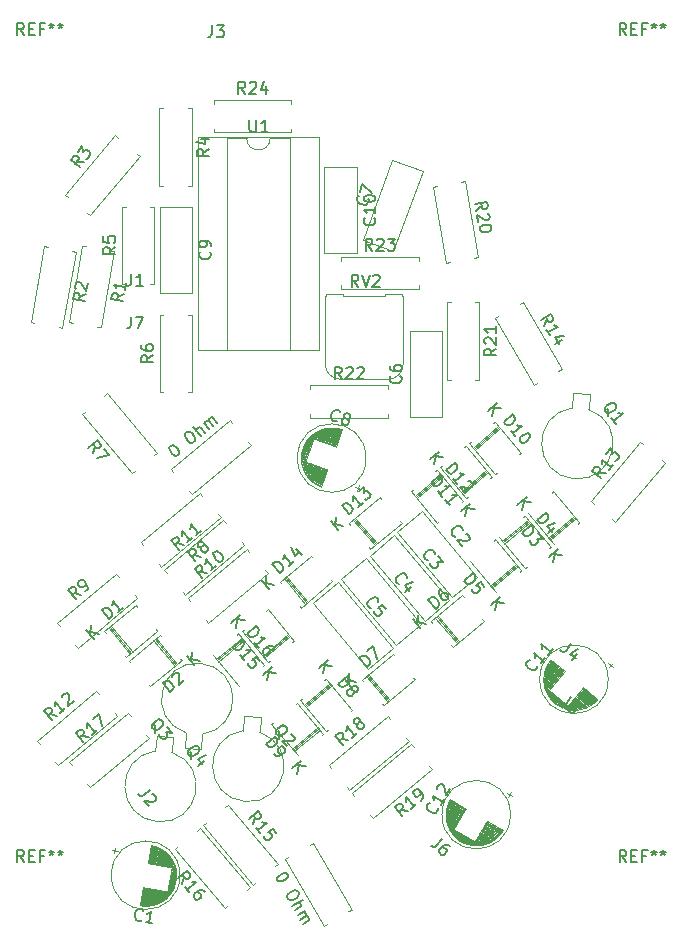
<source format=gbr>
G04 #@! TF.GenerationSoftware,KiCad,Pcbnew,(5.1.2-1)-1*
G04 #@! TF.CreationDate,2021-12-23T16:10:13-05:00*
G04 #@! TF.ProjectId,Diode VCF -  Hyperreal,44696f64-6520-4564-9346-202d20204879,rev?*
G04 #@! TF.SameCoordinates,Original*
G04 #@! TF.FileFunction,Legend,Top*
G04 #@! TF.FilePolarity,Positive*
%FSLAX46Y46*%
G04 Gerber Fmt 4.6, Leading zero omitted, Abs format (unit mm)*
G04 Created by KiCad (PCBNEW (5.1.2-1)-1) date 2021-12-23 16:10:13*
%MOMM*%
%LPD*%
G04 APERTURE LIST*
%ADD10C,0.120000*%
%ADD11C,0.150000*%
G04 APERTURE END LIST*
D10*
X33874214Y-46628545D02*
X33662094Y-46375750D01*
X28864283Y-50832376D02*
X33874214Y-46628545D01*
X28652163Y-50579581D02*
X28864283Y-50832376D01*
X32112976Y-44529583D02*
X32325096Y-44782378D01*
X27103045Y-48733414D02*
X32112976Y-44529583D01*
X27315165Y-48986208D02*
X27103045Y-48733414D01*
X39146455Y-80323540D02*
X38860666Y-80488540D01*
X42416455Y-85987346D02*
X39146455Y-80323540D01*
X42130666Y-86152346D02*
X42416455Y-85987346D01*
X36773545Y-81693540D02*
X37059334Y-81528540D01*
X40043545Y-87357346D02*
X36773545Y-81693540D01*
X40329334Y-87192346D02*
X40043545Y-87357346D01*
X25539021Y-80566915D02*
X25271950Y-82081549D01*
X24910762Y-84129949D02*
X24643691Y-85644584D01*
X25578066Y-80575831D02*
X25311342Y-82088495D01*
X24950154Y-84136895D02*
X24683430Y-85649560D01*
X25616937Y-80585731D02*
X25350735Y-82095441D01*
X24989546Y-84143841D02*
X24723344Y-85653552D01*
X25655635Y-80596616D02*
X25390127Y-82102387D01*
X25028939Y-84150787D02*
X24763431Y-85656558D01*
X25694333Y-80607501D02*
X25429519Y-82109333D01*
X25068331Y-84157733D02*
X24803517Y-85659565D01*
X25733030Y-80618386D02*
X25468911Y-82116279D01*
X25107723Y-84164679D02*
X24843604Y-85662572D01*
X25771554Y-80630256D02*
X25508304Y-82123225D01*
X25147116Y-84171625D02*
X24883865Y-85664594D01*
X25809905Y-80643111D02*
X25547696Y-82130171D01*
X25186508Y-84178571D02*
X24924299Y-85665631D01*
X25848082Y-80656951D02*
X25587088Y-82137117D01*
X25225900Y-84185517D02*
X24964907Y-85665683D01*
X25886258Y-80670790D02*
X25626481Y-82144063D01*
X25265292Y-84192463D02*
X25005515Y-85665735D01*
X25924261Y-80685615D02*
X25665873Y-82151009D01*
X25896554Y-84303771D02*
X25672722Y-85573188D01*
X26517668Y-81011611D02*
X26297135Y-82262317D01*
X25935947Y-84310717D02*
X25715413Y-85561423D01*
X26553587Y-81038253D02*
X26336527Y-82269263D01*
X25975339Y-84317663D02*
X25758279Y-85548673D01*
X26589159Y-81066865D02*
X26375919Y-82276209D01*
X26014731Y-84324609D02*
X25801491Y-85533953D01*
X26624905Y-81094492D02*
X26415312Y-82283155D01*
X26054123Y-84331555D02*
X25844530Y-85520218D01*
X26660303Y-81124088D02*
X26454704Y-82290101D01*
X26093516Y-84338501D02*
X25887916Y-85504513D01*
X26695528Y-81154670D02*
X26494096Y-82297047D01*
X26132908Y-84345447D02*
X25931476Y-85487824D01*
X26730579Y-81186236D02*
X26533489Y-82303993D01*
X26172300Y-84352393D02*
X25975210Y-85470150D01*
X26765457Y-81218787D02*
X26572881Y-82310939D01*
X25460583Y-80551054D02*
X25193165Y-82067657D01*
X25499802Y-80558984D02*
X25232558Y-82074603D01*
X24871369Y-84123004D02*
X24604125Y-85638623D01*
X26211693Y-84359339D02*
X26019117Y-85451490D01*
X26800161Y-81252322D02*
X26612273Y-82317884D01*
X26251085Y-84366285D02*
X26063198Y-85431847D01*
X26834864Y-81285858D02*
X26651666Y-82324830D01*
X26290477Y-84373231D02*
X26107279Y-85412203D01*
X26869047Y-81322348D02*
X26691058Y-82331776D01*
X26329870Y-84380176D02*
X26151880Y-85389604D01*
X26903230Y-81358839D02*
X26730450Y-82338722D01*
X26369262Y-84387122D02*
X26196482Y-85367006D01*
X24792585Y-84109112D02*
X24525167Y-85625716D01*
X25304685Y-84199409D02*
X25046296Y-85664803D01*
X25962265Y-80700439D02*
X25705265Y-82157955D01*
X25344077Y-84206355D02*
X25087078Y-85663870D01*
X26000094Y-80716248D02*
X25744658Y-82164900D01*
X25383469Y-84213301D02*
X25128033Y-85661953D01*
X26037750Y-80733042D02*
X25784050Y-82171846D01*
X25422862Y-84220246D02*
X25169162Y-85659051D01*
X26075406Y-80749836D02*
X25823442Y-82178792D01*
X26937239Y-81396314D02*
X26769842Y-82345668D01*
X26408654Y-84394068D02*
X26241257Y-85343423D01*
X26970901Y-81435758D02*
X26809235Y-82352614D01*
X26448047Y-84401014D02*
X26286380Y-85317870D01*
X27004390Y-81476187D02*
X26848627Y-82359560D01*
X26487439Y-84407960D02*
X26331676Y-85291333D01*
X27037530Y-81518586D02*
X26888019Y-82366506D01*
X26526831Y-84414906D02*
X26377320Y-85262826D01*
X27070498Y-81561970D02*
X26927412Y-82373452D01*
X26566224Y-84421852D02*
X26423137Y-85233334D01*
X27103291Y-81606339D02*
X26966804Y-82380398D01*
X26605616Y-84428798D02*
X26469128Y-85202857D01*
X27135564Y-81653662D02*
X27006196Y-82387344D01*
X26645008Y-84435744D02*
X26515640Y-85169426D01*
X27167663Y-81701970D02*
X27045589Y-82394290D01*
X26684400Y-84442690D02*
X26562326Y-85135010D01*
X27199415Y-81752247D02*
X27084981Y-82401236D01*
X26723793Y-84449636D02*
X26609359Y-85098624D01*
X27230820Y-81804494D02*
X27124373Y-82408182D01*
X26763185Y-84456582D02*
X26656739Y-85060269D01*
X27261877Y-81858711D02*
X26704466Y-85019944D01*
X27292413Y-81915882D02*
X26752715Y-84976665D01*
X27322428Y-81976008D02*
X26801484Y-84930431D01*
X27351923Y-82039088D02*
X26850774Y-84881243D01*
X27380896Y-82105122D02*
X26900585Y-84829100D01*
X27409175Y-82175096D02*
X26951091Y-84773019D01*
X27436759Y-82249009D02*
X27002291Y-84712998D01*
X27463475Y-82327845D02*
X27054360Y-84648053D01*
X27488976Y-82413576D02*
X27107644Y-84576214D01*
X27513261Y-82506200D02*
X27162144Y-84497482D01*
X27535983Y-82607688D02*
X27218206Y-84409886D01*
X27556274Y-82722962D02*
X27276700Y-84308503D01*
X27573439Y-82855964D02*
X27338319Y-84189393D01*
X27585221Y-83019494D02*
X27405322Y-84039755D01*
X27583980Y-83256885D02*
X27485348Y-83816256D01*
X22113987Y-80954046D02*
X22606391Y-81040870D01*
X22403601Y-80751256D02*
X22316777Y-81243660D01*
X24831977Y-84116058D02*
X24564559Y-85632662D01*
X25421191Y-80544108D02*
X25153773Y-82060712D01*
X25462254Y-84227192D02*
X25210291Y-85656148D01*
X26113873Y-80767789D02*
X25863819Y-82185912D01*
X25502631Y-84234312D02*
X25252578Y-85652435D01*
X26151181Y-80786552D02*
X25903212Y-82192858D01*
X25542023Y-84241258D02*
X25294054Y-85647563D01*
X26188316Y-80806301D02*
X25942604Y-82199804D01*
X25581416Y-84248204D02*
X25335704Y-85641707D01*
X26225451Y-80826049D02*
X25981996Y-82206750D01*
X25620808Y-84255150D02*
X25377353Y-85635850D01*
X26262412Y-80846782D02*
X26021389Y-82213696D01*
X25660200Y-84262096D02*
X25419177Y-85629009D01*
X26299373Y-80867516D02*
X26060781Y-82220641D01*
X25699593Y-84269042D02*
X25461000Y-85622167D01*
X26335987Y-80890218D02*
X26100173Y-82227587D01*
X25738985Y-84275988D02*
X25503171Y-85613356D01*
X26372601Y-80912921D02*
X26139566Y-82234533D01*
X25778377Y-84282933D02*
X25545341Y-85604545D01*
X26409042Y-80936609D02*
X26178958Y-82241479D01*
X25817770Y-84289879D02*
X25587686Y-85594750D01*
X26445482Y-80960297D02*
X26218350Y-82248425D01*
X25857162Y-84296825D02*
X25630030Y-85584954D01*
X26481575Y-80985954D02*
X26257742Y-82255371D01*
X27873178Y-83084912D02*
G75*
G03X27873178Y-83084912I-2899999J0D01*
G01*
X48390377Y-52261177D02*
X53044159Y-57807339D01*
X46291415Y-54022415D02*
X50945197Y-59568577D01*
X48390377Y-52261177D02*
X46291415Y-54022415D01*
X53044159Y-57807339D02*
X50945197Y-59568577D01*
X50689937Y-59808872D02*
X48590975Y-61570110D01*
X46036155Y-54262710D02*
X43937193Y-56023948D01*
X43937193Y-56023948D02*
X48590975Y-61570110D01*
X46036155Y-54262710D02*
X50689937Y-59808872D01*
X48307540Y-61807941D02*
X46208578Y-63569179D01*
X43653758Y-56261779D02*
X41554796Y-58023017D01*
X41554796Y-58023017D02*
X46208578Y-63569179D01*
X43653758Y-56261779D02*
X48307540Y-61807941D01*
X41239483Y-58300649D02*
X45893265Y-63846811D01*
X39140521Y-60061887D02*
X43794303Y-65608049D01*
X41239483Y-58300649D02*
X39140521Y-60061887D01*
X45893265Y-63846811D02*
X43794303Y-65608049D01*
X47320000Y-44270000D02*
X47320000Y-37030000D01*
X50060000Y-44270000D02*
X50060000Y-37030000D01*
X47320000Y-44270000D02*
X50060000Y-44270000D01*
X47320000Y-37030000D02*
X50060000Y-37030000D01*
X45845784Y-22530514D02*
X48420542Y-23467649D01*
X43369559Y-29333888D02*
X45944316Y-30271023D01*
X45944316Y-30271023D02*
X48420542Y-23467649D01*
X43369559Y-29333888D02*
X45845784Y-22530514D01*
X43625395Y-47767846D02*
G75*
G03X43625395Y-47767846I-2900001J0D01*
G01*
X38875433Y-49572985D02*
X39316297Y-48361722D01*
X40065287Y-46420842D02*
X40512649Y-45191724D01*
X38906522Y-49604520D02*
X39353885Y-48375402D01*
X40102874Y-46434523D02*
X40556051Y-45189430D01*
X38938296Y-49634176D02*
X39391473Y-48389083D01*
X40140462Y-46448203D02*
X40599453Y-45187136D01*
X38970069Y-49663832D02*
X39429060Y-48402764D01*
X40178050Y-46461884D02*
X40642513Y-45185782D01*
X39002185Y-49692547D02*
X39466648Y-48416445D01*
X40215638Y-46475565D02*
X40685573Y-45184427D01*
X39034300Y-49721263D02*
X39504236Y-48430126D01*
X40253225Y-46489246D02*
X40727949Y-45184952D01*
X39067099Y-49748100D02*
X39541823Y-48443806D01*
X40290813Y-46502927D02*
X40770325Y-45185478D01*
X39099899Y-49774936D02*
X39579411Y-48457487D01*
X40328401Y-46516607D02*
X40812359Y-45186942D01*
X39133040Y-49800833D02*
X39616999Y-48471168D01*
X40365988Y-46530288D02*
X40854393Y-45188407D01*
X39166182Y-49826730D02*
X39654586Y-48484849D01*
X40403576Y-46543969D02*
X40896085Y-45190812D01*
X39199665Y-49851687D02*
X39692174Y-48498530D01*
X40442103Y-46557992D02*
X40938375Y-45194498D01*
X39842982Y-50192253D02*
X40369693Y-48745126D01*
X41043507Y-46776885D02*
X41570218Y-45329758D01*
X42850698Y-50512251D02*
X43021708Y-50042404D01*
X43171127Y-50362833D02*
X42701280Y-50191823D01*
X38184119Y-47145124D02*
X38378387Y-46611379D01*
X38141674Y-47378693D02*
X38496007Y-46405172D01*
X38124881Y-47541785D02*
X38587976Y-46269441D01*
X38118690Y-47675746D02*
X38669342Y-46162841D01*
X38118655Y-47792793D02*
X38744552Y-46073156D01*
X38123409Y-47896685D02*
X38814974Y-45996626D01*
X38131241Y-47992119D02*
X38882317Y-45928554D01*
X38141467Y-48080975D02*
X38947267Y-45867059D01*
X38154087Y-48163253D02*
X39009822Y-45812142D01*
X38168418Y-48240833D02*
X39070667Y-45761924D01*
X38184116Y-48314654D02*
X39130144Y-45715465D01*
X38201183Y-48384717D02*
X39188253Y-45672764D01*
X38219275Y-48451960D02*
X39245336Y-45632882D01*
X38238394Y-48516384D02*
X39301392Y-45595820D01*
X38258539Y-48577989D02*
X39356423Y-45561576D01*
X39200770Y-46106183D02*
X39410428Y-45530152D01*
X38279709Y-48636775D02*
X38489368Y-48060744D01*
X39238357Y-46119864D02*
X39463749Y-45500607D01*
X38301564Y-48693682D02*
X38526955Y-48074425D01*
X39275945Y-46133545D02*
X39516385Y-45472941D01*
X38324103Y-48748709D02*
X38564543Y-48088106D01*
X39313533Y-46147226D02*
X39568338Y-45447155D01*
X38347326Y-48801857D02*
X38602131Y-48101786D01*
X39351120Y-46160906D02*
X39619948Y-45422308D01*
X38370891Y-48854066D02*
X38639718Y-48115467D01*
X39388708Y-46174587D02*
X39670533Y-45400281D01*
X38395482Y-48903455D02*
X38677306Y-48129148D01*
X39426296Y-46188268D02*
X39720775Y-45379193D01*
X38420415Y-48951904D02*
X38714894Y-48142829D01*
X39463883Y-46201949D02*
X39770676Y-45359045D01*
X38445689Y-48999414D02*
X38752482Y-48156510D01*
X39501471Y-46215630D02*
X39819892Y-45340776D01*
X38471649Y-49045044D02*
X38790069Y-48170190D01*
X39539059Y-46229310D02*
X39868766Y-45323447D01*
X38497950Y-49089735D02*
X38827657Y-48183871D01*
X39234430Y-49876047D02*
X39730702Y-48512553D01*
X40479691Y-46571673D02*
X40979383Y-45198782D01*
X39268598Y-49899124D02*
X39768289Y-48526233D01*
X40517279Y-46585353D02*
X41020391Y-45203066D01*
X39302765Y-49922202D02*
X39805877Y-48539914D01*
X40554867Y-46599034D02*
X41061056Y-45208289D01*
X39337275Y-49944340D02*
X39843465Y-48553595D01*
X40592454Y-46612715D02*
X41101380Y-45214452D01*
X41081094Y-46790566D02*
X41607805Y-45343439D01*
X39576647Y-46242991D02*
X39916957Y-45307997D01*
X38524935Y-49132546D02*
X38865245Y-48197552D01*
X39614234Y-46256672D02*
X39964805Y-45293487D01*
X38552262Y-49174418D02*
X38902832Y-48211233D01*
X39651822Y-46270353D02*
X40012653Y-45278977D01*
X38579589Y-49216289D02*
X38940420Y-48224914D01*
X39689410Y-46284034D02*
X40059475Y-45267286D01*
X38607942Y-49255342D02*
X38978008Y-48238594D01*
X39726997Y-46297715D02*
X40106298Y-45255595D01*
X41005919Y-46763204D02*
X41532288Y-45317017D01*
X39768148Y-50163952D02*
X40294517Y-48717765D01*
X39805394Y-50178572D02*
X40332105Y-48731445D01*
X38636295Y-49294394D02*
X39015596Y-48252275D01*
X39764585Y-46311395D02*
X40152778Y-45244844D01*
X38664990Y-49332507D02*
X39053183Y-48265956D01*
X39802173Y-46325076D02*
X40198916Y-45235033D01*
X38694028Y-49369680D02*
X39090771Y-48279637D01*
X39839761Y-46338757D02*
X40244712Y-45226161D01*
X38723407Y-49405914D02*
X39128359Y-48293318D01*
X39877348Y-46352438D02*
X40290167Y-45218229D01*
X38753128Y-49441207D02*
X39165946Y-48306998D01*
X39914936Y-46366119D02*
X40334937Y-45212176D01*
X38783533Y-49474622D02*
X39203534Y-48320679D01*
X39952524Y-46379799D02*
X40380049Y-45205184D01*
X38813597Y-49508976D02*
X39241122Y-48334360D01*
X39990111Y-46393480D02*
X40424477Y-45200071D01*
X38844344Y-49541450D02*
X39278709Y-48348041D01*
X40027699Y-46407161D02*
X40468563Y-45195897D01*
X39372126Y-49965538D02*
X39881052Y-48567276D01*
X40630042Y-46626396D02*
X41141704Y-45220616D01*
X39406978Y-49986737D02*
X39918640Y-48580957D01*
X40667630Y-46640077D02*
X41181686Y-45227719D01*
X39442172Y-50006995D02*
X39956228Y-48594637D01*
X40705217Y-46653757D02*
X41221668Y-45234822D01*
X39477365Y-50027254D02*
X39993816Y-48608318D01*
X40742805Y-46667438D02*
X41261308Y-45242864D01*
X39512901Y-50046573D02*
X40031403Y-48621999D01*
X40780393Y-46681119D02*
X41300605Y-45251847D01*
X39548778Y-50064952D02*
X40068991Y-48635680D01*
X40817981Y-46694800D02*
X41339561Y-45261769D01*
X39584998Y-50082392D02*
X40106579Y-48649361D01*
X40855568Y-46708481D02*
X41378517Y-45271691D01*
X39621218Y-50099831D02*
X40144166Y-48663041D01*
X40893156Y-46722162D02*
X41417473Y-45281613D01*
X39657437Y-50117271D02*
X40181754Y-48676722D01*
X40930744Y-46735842D02*
X41456087Y-45292474D01*
X39693999Y-50133771D02*
X40219342Y-48690403D01*
X40968331Y-46749523D02*
X41494358Y-45304276D01*
X39730902Y-50149331D02*
X40256929Y-48704084D01*
X28930000Y-33760000D02*
X26190000Y-33760000D01*
X28930000Y-26520000D02*
X26190000Y-26520000D01*
X26190000Y-26520000D02*
X26190000Y-33760000D01*
X28930000Y-26520000D02*
X28930000Y-33760000D01*
X42850000Y-23160000D02*
X42850000Y-30400000D01*
X40110000Y-23160000D02*
X40110000Y-30400000D01*
X42850000Y-23160000D02*
X40110000Y-23160000D01*
X42850000Y-30400000D02*
X40110000Y-30400000D01*
X63134739Y-68246014D02*
X61956562Y-67257406D01*
X60363190Y-65920408D02*
X59185014Y-64931801D01*
X63107495Y-68275370D02*
X61930851Y-67288048D01*
X60337478Y-65951050D02*
X59160834Y-64963728D01*
X63079485Y-68304083D02*
X61905139Y-67318690D01*
X60311767Y-65981692D02*
X59137421Y-64996298D01*
X63050710Y-68332154D02*
X61879428Y-67349332D01*
X60286055Y-66012333D02*
X59114773Y-65029511D01*
X63021934Y-68360225D02*
X61853716Y-67379974D01*
X60260344Y-66042975D02*
X59092126Y-65062724D01*
X62993158Y-68388295D02*
X61828005Y-67410615D01*
X60234632Y-66073617D02*
X59069479Y-65095937D01*
X62963617Y-68415723D02*
X61802293Y-67441257D01*
X60208921Y-66104259D02*
X59047597Y-65129793D01*
X62933309Y-68442508D02*
X61776582Y-67471899D01*
X60183209Y-66134901D02*
X59026482Y-65164291D01*
X62902235Y-68468650D02*
X61750870Y-67502541D01*
X60157498Y-66165542D02*
X59006133Y-65199433D01*
X62871161Y-68494793D02*
X61725159Y-67533182D01*
X60131786Y-66196184D02*
X58985784Y-65234574D01*
X62839321Y-68520292D02*
X61699447Y-67563824D01*
X59719759Y-66687219D02*
X58732328Y-65858665D01*
X62260297Y-68871199D02*
X61287420Y-68054859D01*
X59694048Y-66717860D02*
X58721172Y-65901520D01*
X62219264Y-68888985D02*
X61261709Y-68085500D01*
X59668336Y-66748502D02*
X58710781Y-65945018D01*
X62176700Y-68905485D02*
X61235997Y-68116142D01*
X59642625Y-66779144D02*
X58701922Y-65989801D01*
X62134902Y-68922629D02*
X61210286Y-68146784D01*
X59616913Y-66809786D02*
X58692298Y-66033941D01*
X62091571Y-68938486D02*
X61184574Y-68177426D01*
X59591202Y-66840428D02*
X58684205Y-66079367D01*
X62047474Y-68953701D02*
X61158863Y-68208068D01*
X59565490Y-66871069D02*
X58676879Y-66125436D01*
X62002612Y-68968273D02*
X61133151Y-68238709D01*
X59539779Y-66901711D02*
X58670318Y-66172147D01*
X61956983Y-68982203D02*
X61107440Y-68269351D01*
X63187694Y-68186016D02*
X62007985Y-67196123D01*
X63161216Y-68216015D02*
X61982274Y-67226765D01*
X60388901Y-65889766D02*
X59209959Y-64900516D01*
X59514067Y-66932353D02*
X58664524Y-66219501D01*
X61910588Y-68995489D02*
X61081728Y-68299993D01*
X59488356Y-66962995D02*
X58659496Y-66267498D01*
X61864194Y-69008776D02*
X61056017Y-68330635D01*
X59462644Y-66993636D02*
X58654468Y-66315496D01*
X61815501Y-69020134D02*
X61030305Y-68361276D01*
X59436933Y-67024278D02*
X58651737Y-66365421D01*
X61766808Y-69031492D02*
X61004594Y-68391918D01*
X59411221Y-67054920D02*
X58649007Y-66415346D01*
X60440324Y-65828483D02*
X59260616Y-64838590D01*
X60106075Y-66226826D02*
X58966201Y-65270358D01*
X62807482Y-68545792D02*
X61673736Y-67594466D01*
X60080363Y-66257468D02*
X58946618Y-65306142D01*
X62774876Y-68570648D02*
X61648024Y-67625108D01*
X60054652Y-66288109D02*
X58927800Y-65342569D01*
X62741504Y-68594862D02*
X61622313Y-67655750D01*
X60028940Y-66318751D02*
X58909749Y-65379639D01*
X62708132Y-68619076D02*
X61596601Y-67686391D01*
X61717349Y-69042207D02*
X60978882Y-68422560D01*
X59385510Y-67085562D02*
X58647043Y-66465915D01*
X61666358Y-69051637D02*
X60953171Y-68453202D01*
X59359798Y-67116204D02*
X58646611Y-66517768D01*
X61614601Y-69060424D02*
X60927459Y-68483844D01*
X59334087Y-67146845D02*
X58646945Y-66570265D01*
X61561312Y-69067925D02*
X60901748Y-68514485D01*
X59308375Y-67177487D02*
X58648811Y-66624047D01*
X61507257Y-69074784D02*
X60876036Y-68545127D01*
X59282664Y-67208129D02*
X58651443Y-66678472D01*
X61452436Y-69081000D02*
X60850325Y-68575769D01*
X59256952Y-67238771D02*
X58654841Y-66733540D01*
X61395316Y-69085287D02*
X60824613Y-68606411D01*
X59231241Y-67269412D02*
X58660538Y-66790536D01*
X61337431Y-69088932D02*
X60798902Y-68637052D01*
X59205529Y-67300054D02*
X58667000Y-66848175D01*
X61278014Y-69091291D02*
X60773190Y-68667694D01*
X59179818Y-67330696D02*
X58674995Y-66907099D01*
X61217064Y-69092365D02*
X60747479Y-68698336D01*
X59154106Y-67361338D02*
X58684521Y-66967309D01*
X61154582Y-69092153D02*
X58695580Y-67028805D01*
X61089803Y-69090012D02*
X58708937Y-67092228D01*
X61022725Y-69085944D02*
X58724591Y-67157581D01*
X60953349Y-69079947D02*
X58742544Y-67224861D01*
X60881675Y-69072021D02*
X58762796Y-67294071D01*
X60806936Y-69061524D02*
X58786111Y-67365851D01*
X60729134Y-69048457D02*
X58812490Y-67440202D01*
X60647501Y-69032175D02*
X58842700Y-67517767D01*
X60560506Y-69011394D02*
X58878272Y-67599832D01*
X60468148Y-68986113D02*
X58919207Y-67686396D01*
X60368897Y-68955047D02*
X58967035Y-67778746D01*
X60258920Y-68914982D02*
X59025589Y-67880094D01*
X60135155Y-68863347D02*
X59097931Y-67993013D01*
X59987643Y-68791786D02*
X59194021Y-68125858D01*
X59782677Y-68672015D02*
X59347563Y-68306912D01*
X64511990Y-65086282D02*
X64190597Y-65469305D01*
X64542805Y-65438490D02*
X64159782Y-65117097D01*
X60414613Y-65859125D02*
X59234904Y-64869232D01*
X63213405Y-68155374D02*
X62033697Y-67165481D01*
X60003229Y-66349393D02*
X58891698Y-65416708D01*
X62673351Y-68643413D02*
X61570247Y-67717799D01*
X59976875Y-66380801D02*
X58873771Y-65455187D01*
X62638447Y-68666342D02*
X61544535Y-67748441D01*
X59951163Y-66411443D02*
X58857252Y-65493542D01*
X62602777Y-68688627D02*
X61518824Y-67779083D01*
X59925451Y-66442084D02*
X58841499Y-65532540D01*
X62567107Y-68710913D02*
X61493112Y-67809724D01*
X59899740Y-66472726D02*
X58825746Y-65571538D01*
X62530671Y-68732555D02*
X61467401Y-67840366D01*
X59874028Y-66503368D02*
X58810759Y-65611179D01*
X62494234Y-68754198D02*
X61441689Y-67871008D01*
X59848317Y-66534010D02*
X58795772Y-65650820D01*
X62456266Y-68774555D02*
X61415978Y-67901650D01*
X59822605Y-66564652D02*
X58782317Y-65691746D01*
X62418298Y-68794913D02*
X61390266Y-67932292D01*
X59796894Y-66595293D02*
X58768862Y-65732672D01*
X62379564Y-68814627D02*
X61364555Y-67962933D01*
X59771182Y-66625935D02*
X58756174Y-65774242D01*
X62340830Y-68834341D02*
X61338843Y-67993575D01*
X59745471Y-66656577D02*
X58743485Y-65815811D01*
X62300563Y-68852770D02*
X61313132Y-68024217D01*
X64137011Y-66496982D02*
G75*
G03X64137011Y-66496982I-2900000J0D01*
G01*
X55860654Y-77957581D02*
G75*
G03X55860654Y-77957581I-2899999J0D01*
G01*
X54417129Y-80092895D02*
X53300822Y-79448395D01*
X51519489Y-78373754D02*
X50386728Y-77719754D01*
X54453583Y-80067754D02*
X53320822Y-79413754D01*
X51539489Y-78339113D02*
X50392005Y-77676613D01*
X54488306Y-80041613D02*
X53340822Y-79379113D01*
X51559489Y-78304472D02*
X50397283Y-77633472D01*
X54523028Y-80015472D02*
X53360822Y-79344472D01*
X51579489Y-78269831D02*
X50403427Y-77590831D01*
X54556884Y-79988831D02*
X53380822Y-79309831D01*
X51599489Y-78235190D02*
X50409570Y-77548190D01*
X54590741Y-79962190D02*
X53400822Y-79275190D01*
X51619489Y-78200549D02*
X50417446Y-77506549D01*
X54622865Y-79934549D02*
X53420822Y-79240549D01*
X51639489Y-78165908D02*
X50425321Y-77464908D01*
X54654989Y-79906908D02*
X53440822Y-79205908D01*
X51659489Y-78131267D02*
X50434063Y-77423767D01*
X54686248Y-79878767D02*
X53460822Y-79171267D01*
X51679489Y-78096626D02*
X50442805Y-77382626D01*
X54717506Y-79850626D02*
X53480822Y-79136626D01*
X51699489Y-78061985D02*
X50452412Y-77341985D01*
X54747898Y-79821985D02*
X53500822Y-79101985D01*
X51719989Y-78026478D02*
X50463386Y-77300978D01*
X55195001Y-79247581D02*
X53861322Y-78477581D01*
X52039989Y-77472222D02*
X50706310Y-76702222D01*
X56032422Y-76341125D02*
X55599409Y-76091125D01*
X55940916Y-75999618D02*
X55690916Y-76432631D01*
X51906107Y-80352113D02*
X51414204Y-80068113D01*
X52128757Y-80434472D02*
X51231554Y-79916472D01*
X52286455Y-80479331D02*
X51113856Y-79802331D01*
X52417306Y-80508690D02*
X51023005Y-79703690D01*
X52532569Y-80529049D02*
X50947742Y-79614049D01*
X52635707Y-80542408D02*
X50884604Y-79531408D01*
X52731051Y-80551267D02*
X50829260Y-79453267D01*
X52820333Y-80556625D02*
X50779978Y-79378625D01*
X52903553Y-80558484D02*
X50736758Y-79307484D01*
X52982443Y-80557843D02*
X50697868Y-79238843D01*
X53057869Y-80555202D02*
X50662442Y-79172202D01*
X53129830Y-80550561D02*
X50630481Y-79107561D01*
X53199194Y-80544420D02*
X50601117Y-79044420D01*
X53265959Y-80536779D02*
X50574352Y-78982779D01*
X53330126Y-80527638D02*
X50550185Y-78922638D01*
X51059489Y-79170497D02*
X50528615Y-78863997D01*
X53391695Y-80516997D02*
X52860822Y-80210497D01*
X51079489Y-79135856D02*
X50508778Y-78806356D01*
X53451533Y-80505356D02*
X52880822Y-80175856D01*
X51099489Y-79101215D02*
X50490673Y-78749715D01*
X53509638Y-80492715D02*
X52900822Y-80141215D01*
X51119489Y-79066574D02*
X50474300Y-78694074D01*
X53566011Y-80479074D02*
X52920822Y-80106574D01*
X51139489Y-79031933D02*
X50458793Y-78638933D01*
X53621518Y-80464933D02*
X52940822Y-80071933D01*
X51159489Y-78997292D02*
X50445884Y-78585292D01*
X53674427Y-80449292D02*
X52960822Y-80037292D01*
X51179489Y-78962651D02*
X50433841Y-78532151D01*
X53726470Y-80433151D02*
X52980822Y-80002651D01*
X51199489Y-78928010D02*
X50422664Y-78479510D01*
X53777647Y-80416510D02*
X53000822Y-79968010D01*
X51219489Y-78893369D02*
X50413219Y-78427869D01*
X53827092Y-80398869D02*
X53020822Y-79933369D01*
X51239489Y-78858728D02*
X50404641Y-78376728D01*
X53875670Y-80380728D02*
X53040822Y-79898728D01*
X54777925Y-79791978D02*
X53521322Y-79066478D01*
X51739989Y-77991837D02*
X50474726Y-77261337D01*
X54806585Y-79762337D02*
X53541322Y-79031837D01*
X51759989Y-77957196D02*
X50486066Y-77221696D01*
X54835245Y-79732696D02*
X53561322Y-78997196D01*
X51779989Y-77922555D02*
X50498271Y-77182555D01*
X54863039Y-79702555D02*
X53581322Y-78962555D01*
X51799989Y-77887914D02*
X50511343Y-77143914D01*
X52059989Y-77437581D02*
X50726310Y-76667581D01*
X51259489Y-78824087D02*
X50397794Y-78326587D01*
X53922517Y-80361587D02*
X53060822Y-79864087D01*
X51279489Y-78789446D02*
X50391813Y-78276946D01*
X53968498Y-80341946D02*
X53080822Y-79829446D01*
X51299489Y-78754805D02*
X50385832Y-78227305D01*
X54014479Y-80322305D02*
X53100822Y-79794805D01*
X51319489Y-78720164D02*
X50382450Y-78179164D01*
X54057861Y-80301164D02*
X53120822Y-79760164D01*
X51339489Y-78685523D02*
X50379067Y-78131023D01*
X52019989Y-77506863D02*
X50687176Y-76737363D01*
X55154135Y-79316363D02*
X53821322Y-78546863D01*
X55175001Y-79282222D02*
X53841322Y-78512222D01*
X54101244Y-80280023D02*
X53140822Y-79725523D01*
X51359489Y-78650882D02*
X50376550Y-78083382D01*
X54143761Y-80258382D02*
X53160822Y-79690882D01*
X51379489Y-78616241D02*
X50374900Y-78036241D01*
X54185411Y-80236241D02*
X53180822Y-79656241D01*
X51399489Y-78581600D02*
X50374115Y-77989600D01*
X54226196Y-80213600D02*
X53200822Y-79621600D01*
X51419489Y-78546959D02*
X50374196Y-77943459D01*
X54266115Y-80190459D02*
X53220822Y-79586959D01*
X51439489Y-78512318D02*
X50376010Y-77898318D01*
X54304301Y-80166318D02*
X53240822Y-79552318D01*
X51459489Y-78477677D02*
X50376957Y-77852677D01*
X54343354Y-80142677D02*
X53260822Y-79517677D01*
X51479489Y-78443036D02*
X50379637Y-77808036D01*
X54380674Y-80118036D02*
X53280822Y-79483036D01*
X51499489Y-78408395D02*
X50383182Y-77763895D01*
X54889968Y-79671914D02*
X53601322Y-78927914D01*
X51819989Y-77853273D02*
X50524415Y-77105273D01*
X54916896Y-79641273D02*
X53621322Y-78893273D01*
X51839989Y-77818632D02*
X50538353Y-77067132D01*
X54942958Y-79610132D02*
X53641322Y-78858632D01*
X51859989Y-77783991D02*
X50552291Y-77028991D01*
X54969020Y-79578991D02*
X53661322Y-78823991D01*
X51879989Y-77749350D02*
X50567095Y-76991350D01*
X54994216Y-79547350D02*
X53681322Y-78789350D01*
X51899989Y-77714709D02*
X50582764Y-76954209D01*
X55018547Y-79515209D02*
X53701322Y-78754709D01*
X51919989Y-77680068D02*
X50599300Y-76917568D01*
X55042011Y-79482568D02*
X53721322Y-78720068D01*
X51939989Y-77645427D02*
X50615836Y-76880927D01*
X55065475Y-79449927D02*
X53741322Y-78685427D01*
X51959989Y-77610786D02*
X50632372Y-76844286D01*
X55088939Y-79417286D02*
X53761322Y-78650786D01*
X51979989Y-77576145D02*
X50649774Y-76808145D01*
X55111537Y-79384145D02*
X53781322Y-78616145D01*
X51999989Y-77541504D02*
X50668042Y-76772504D01*
X55133269Y-79350504D02*
X53801322Y-78581504D01*
X21600257Y-62587414D02*
X21484555Y-62449526D01*
X21484555Y-62449526D02*
X24119748Y-60238337D01*
X24119748Y-60238337D02*
X24235450Y-60376225D01*
X23194370Y-64487204D02*
X23310072Y-64625092D01*
X23310072Y-64625092D02*
X25945265Y-62413903D01*
X25945265Y-62413903D02*
X25829563Y-62276015D01*
X21944182Y-62063853D02*
X23769699Y-64239420D01*
X22036107Y-61986719D02*
X23861624Y-64162285D01*
X21852256Y-62140988D02*
X23677773Y-64316554D01*
X27899339Y-64742678D02*
X28015041Y-64880566D01*
X28015041Y-64880566D02*
X25379848Y-67091755D01*
X25379848Y-67091755D02*
X25264146Y-66953867D01*
X26305226Y-62842888D02*
X26189524Y-62705000D01*
X26189524Y-62705000D02*
X23554331Y-64916189D01*
X23554331Y-64916189D02*
X23670033Y-65054077D01*
X27555414Y-65266239D02*
X25729897Y-63090672D01*
X27463489Y-65343373D02*
X25637972Y-63167807D01*
X27647340Y-65189104D02*
X25821823Y-63013538D01*
X59216473Y-54677640D02*
X61392039Y-52852123D01*
X59062204Y-54493789D02*
X61237770Y-52668272D01*
X59139338Y-54585714D02*
X61314905Y-52760197D01*
X59489388Y-50584631D02*
X59351500Y-50700333D01*
X61700577Y-53219824D02*
X59489388Y-50584631D01*
X61562689Y-53335526D02*
X61700577Y-53219824D01*
X57313822Y-52410148D02*
X57451710Y-52294446D01*
X59525011Y-55045341D02*
X57313822Y-52410148D01*
X59662899Y-54929639D02*
X59525011Y-55045341D01*
X56915480Y-52744397D02*
X57053368Y-52628695D01*
X57053368Y-52628695D02*
X59264557Y-55263888D01*
X59264557Y-55263888D02*
X59126669Y-55379590D01*
X55015690Y-54338510D02*
X54877802Y-54454212D01*
X54877802Y-54454212D02*
X57088991Y-57089405D01*
X57088991Y-57089405D02*
X57226879Y-56973703D01*
X57439041Y-53088322D02*
X55263474Y-54913839D01*
X57516175Y-53180247D02*
X55340609Y-55005764D01*
X57361906Y-52996396D02*
X55186340Y-54821913D01*
X54757486Y-58993555D02*
X54619598Y-59109257D01*
X54619598Y-59109257D02*
X52408409Y-56474064D01*
X52408409Y-56474064D02*
X52546297Y-56358362D01*
X56657276Y-57399442D02*
X56795164Y-57283740D01*
X56795164Y-57283740D02*
X54583975Y-54648547D01*
X54583975Y-54648547D02*
X54446087Y-54764249D01*
X54233925Y-58649630D02*
X56409492Y-56824113D01*
X54156791Y-58557705D02*
X56332357Y-56732188D01*
X54311060Y-58741556D02*
X56486626Y-56916039D01*
X49511818Y-61267378D02*
X51337335Y-63442944D01*
X49695669Y-61113109D02*
X51521186Y-63288675D01*
X49603744Y-61190243D02*
X51429261Y-63365810D01*
X53604827Y-61540293D02*
X53489125Y-61402405D01*
X50969634Y-63751482D02*
X53604827Y-61540293D01*
X50853932Y-63613594D02*
X50969634Y-63751482D01*
X51779310Y-59364727D02*
X51895012Y-59502615D01*
X49144117Y-61575916D02*
X51779310Y-59364727D01*
X49259819Y-61713804D02*
X49144117Y-61575916D01*
X43655541Y-66220541D02*
X45481058Y-68396107D01*
X43839392Y-66066272D02*
X45664909Y-68241838D01*
X43747467Y-66143406D02*
X45572984Y-68318973D01*
X47748550Y-66493456D02*
X47632848Y-66355568D01*
X45113357Y-68704645D02*
X47748550Y-66493456D01*
X44997655Y-68566757D02*
X45113357Y-68704645D01*
X45923033Y-64317890D02*
X46038735Y-64455778D01*
X43287840Y-66529079D02*
X45923033Y-64317890D01*
X43403542Y-66666967D02*
X43287840Y-66529079D01*
X40557794Y-66822586D02*
X38382228Y-68648103D01*
X40712063Y-67006437D02*
X38536497Y-68831954D01*
X40634929Y-66914512D02*
X38459362Y-68740029D01*
X40284879Y-70915595D02*
X40422767Y-70799893D01*
X38073690Y-68280402D02*
X40284879Y-70915595D01*
X38211578Y-68164700D02*
X38073690Y-68280402D01*
X42460445Y-69090078D02*
X42322557Y-69205780D01*
X40249256Y-66454885D02*
X42460445Y-69090078D01*
X40111368Y-66570587D02*
X40249256Y-66454885D01*
X37527462Y-72576637D02*
X39703028Y-70751120D01*
X37373193Y-72392786D02*
X39548759Y-70567269D01*
X37450327Y-72484711D02*
X39625894Y-70659194D01*
X37800377Y-68483628D02*
X37662489Y-68599330D01*
X40011566Y-71118821D02*
X37800377Y-68483628D01*
X39873678Y-71234523D02*
X40011566Y-71118821D01*
X35624811Y-70309145D02*
X35762699Y-70193443D01*
X37836000Y-72944338D02*
X35624811Y-70309145D01*
X37973888Y-72828636D02*
X37836000Y-72944338D01*
X54395609Y-44794131D02*
X54533497Y-44678429D01*
X54533497Y-44678429D02*
X56744686Y-47313622D01*
X56744686Y-47313622D02*
X56606798Y-47429324D01*
X52495819Y-46388244D02*
X52357931Y-46503946D01*
X52357931Y-46503946D02*
X54569120Y-49139139D01*
X54569120Y-49139139D02*
X54707008Y-49023437D01*
X54919170Y-45138056D02*
X52743603Y-46963573D01*
X54996304Y-45229981D02*
X52820738Y-47055498D01*
X54842035Y-45046130D02*
X52666469Y-46871647D01*
X51811704Y-50800181D02*
X53987270Y-48974664D01*
X51657435Y-50616330D02*
X53833001Y-48790813D01*
X51734569Y-50708255D02*
X53910136Y-48882738D01*
X52084619Y-46707172D02*
X51946731Y-46822874D01*
X54295808Y-49342365D02*
X52084619Y-46707172D01*
X54157920Y-49458067D02*
X54295808Y-49342365D01*
X49909053Y-48532689D02*
X50046941Y-48416987D01*
X52120242Y-51167882D02*
X49909053Y-48532689D01*
X52258130Y-51052180D02*
X52120242Y-51167882D01*
X49955904Y-49133026D02*
X47780338Y-50958543D01*
X50110173Y-49316877D02*
X47934607Y-51142394D01*
X50033039Y-49224952D02*
X47857472Y-51050469D01*
X49682989Y-53226035D02*
X49820877Y-53110333D01*
X47471800Y-50590842D02*
X49682989Y-53226035D01*
X47609688Y-50475140D02*
X47471800Y-50590842D01*
X51858555Y-51400518D02*
X51720667Y-51516220D01*
X49647366Y-48765325D02*
X51858555Y-51400518D01*
X49509478Y-48881027D02*
X49647366Y-48765325D01*
X42298429Y-53417542D02*
X42182727Y-53279654D01*
X42182727Y-53279654D02*
X44817920Y-51068465D01*
X44817920Y-51068465D02*
X44933622Y-51206353D01*
X43892542Y-55317332D02*
X44008244Y-55455220D01*
X44008244Y-55455220D02*
X46643437Y-53244031D01*
X46643437Y-53244031D02*
X46527735Y-53106143D01*
X42642354Y-52893981D02*
X44467871Y-55069548D01*
X42734279Y-52816847D02*
X44559796Y-54992413D01*
X42550428Y-52971116D02*
X44375945Y-55146682D01*
X36678830Y-57937135D02*
X38504347Y-60112701D01*
X36862681Y-57782866D02*
X38688198Y-59958432D01*
X36770756Y-57860000D02*
X38596273Y-60035567D01*
X40771839Y-58210050D02*
X40656137Y-58072162D01*
X38136646Y-60421239D02*
X40771839Y-58210050D01*
X38020944Y-60283351D02*
X38136646Y-60421239D01*
X38946322Y-56034484D02*
X39062024Y-56172372D01*
X36311129Y-58245673D02*
X38946322Y-56034484D01*
X36426831Y-58383561D02*
X36311129Y-58245673D01*
X35470836Y-64929527D02*
X35332948Y-65045229D01*
X35332948Y-65045229D02*
X33121759Y-62410036D01*
X33121759Y-62410036D02*
X33259647Y-62294334D01*
X37370626Y-63335414D02*
X37508514Y-63219712D01*
X37508514Y-63219712D02*
X35297325Y-60584519D01*
X35297325Y-60584519D02*
X35159437Y-60700221D01*
X34947275Y-64585602D02*
X37122842Y-62760085D01*
X34870141Y-64493677D02*
X37045707Y-62668160D01*
X35024410Y-64677528D02*
X37199976Y-62852011D01*
X32674725Y-62732927D02*
X32812613Y-62617225D01*
X32812613Y-62617225D02*
X35023802Y-65252418D01*
X35023802Y-65252418D02*
X34885914Y-65368120D01*
X30774935Y-64327040D02*
X30637047Y-64442742D01*
X30637047Y-64442742D02*
X32848236Y-67077935D01*
X32848236Y-67077935D02*
X32986124Y-66962233D01*
X33198286Y-63076852D02*
X31022719Y-64902369D01*
X33275420Y-63168777D02*
X31099854Y-64994294D01*
X33121151Y-62984926D02*
X30945585Y-64810443D01*
X62473727Y-43652100D02*
X62586157Y-42367009D01*
X62586157Y-42367009D02*
X61191485Y-42244991D01*
X61191485Y-42244991D02*
X61079054Y-43530082D01*
X61079301Y-43530045D02*
G75*
G03X62473727Y-43652100I441047J-2987621D01*
G01*
X34615818Y-70969992D02*
X34728248Y-69684901D01*
X34728248Y-69684901D02*
X33333576Y-69562883D01*
X33333576Y-69562883D02*
X33221145Y-70847974D01*
X33221392Y-70847937D02*
G75*
G03X34615818Y-70969992I441047J-2987621D01*
G01*
X29780865Y-71142735D02*
G75*
G03X28386439Y-71020680I-441047J2987621D01*
G01*
X29668681Y-72427789D02*
X29781112Y-71142698D01*
X28274009Y-72305771D02*
X29668681Y-72427789D01*
X28386439Y-71020680D02*
X28274009Y-72305771D01*
X25795905Y-72561951D02*
G75*
G03X27190331Y-72684006I441047J-2987621D01*
G01*
X25908089Y-71276897D02*
X25795658Y-72561988D01*
X27302761Y-71398915D02*
X25908089Y-71276897D01*
X27190331Y-72684006D02*
X27302761Y-71398915D01*
X18461384Y-36234541D02*
X18786371Y-36291845D01*
X19597043Y-29793898D02*
X18461384Y-36234541D01*
X19922030Y-29851202D02*
X19597043Y-29793898D01*
X21159758Y-36710337D02*
X20834771Y-36653033D01*
X22295417Y-30269694D02*
X21159758Y-36710337D01*
X21970430Y-30212390D02*
X22295417Y-30269694D01*
X18740430Y-30222390D02*
X19065417Y-30279694D01*
X19065417Y-30279694D02*
X17929758Y-36720337D01*
X17929758Y-36720337D02*
X17604771Y-36663033D01*
X16692030Y-29861202D02*
X16367043Y-29803898D01*
X16367043Y-29803898D02*
X15231384Y-36244541D01*
X15231384Y-36244541D02*
X15556371Y-36301845D01*
X24490417Y-22207024D02*
X24237622Y-21994904D01*
X20286586Y-27216955D02*
X24490417Y-22207024D01*
X20033792Y-27004835D02*
X20286586Y-27216955D01*
X22391455Y-20445786D02*
X22644250Y-20657906D01*
X18187624Y-25455717D02*
X22391455Y-20445786D01*
X18440419Y-25667837D02*
X18187624Y-25455717D01*
X28530000Y-18160000D02*
X28860000Y-18160000D01*
X28860000Y-18160000D02*
X28860000Y-24700000D01*
X28860000Y-24700000D02*
X28530000Y-24700000D01*
X26450000Y-18160000D02*
X26120000Y-18160000D01*
X26120000Y-18160000D02*
X26120000Y-24700000D01*
X26120000Y-24700000D02*
X26450000Y-24700000D01*
X25680000Y-26470000D02*
X25350000Y-26470000D01*
X25680000Y-33010000D02*
X25680000Y-26470000D01*
X25350000Y-33010000D02*
X25680000Y-33010000D01*
X22940000Y-26470000D02*
X23270000Y-26470000D01*
X22940000Y-33010000D02*
X22940000Y-26470000D01*
X23270000Y-33010000D02*
X22940000Y-33010000D01*
X28890000Y-35640000D02*
X28560000Y-35640000D01*
X28890000Y-42180000D02*
X28890000Y-35640000D01*
X28560000Y-42180000D02*
X28890000Y-42180000D01*
X26150000Y-35640000D02*
X26480000Y-35640000D01*
X26150000Y-42180000D02*
X26150000Y-35640000D01*
X26480000Y-42180000D02*
X26150000Y-42180000D01*
X24076208Y-48844835D02*
X23823414Y-49056955D01*
X23823414Y-49056955D02*
X19619583Y-44047024D01*
X19619583Y-44047024D02*
X19872378Y-43834904D01*
X25669581Y-47507837D02*
X25922376Y-47295717D01*
X25922376Y-47295717D02*
X21718545Y-42285786D01*
X21718545Y-42285786D02*
X21465750Y-42497906D01*
X31111336Y-52531074D02*
X31323456Y-52783868D01*
X31323456Y-52783868D02*
X26313525Y-56987699D01*
X26313525Y-56987699D02*
X26101405Y-56734904D01*
X29774338Y-50937701D02*
X29562218Y-50684906D01*
X29562218Y-50684906D02*
X24552287Y-54888737D01*
X24552287Y-54888737D02*
X24764407Y-55141532D01*
X24249618Y-59646363D02*
X24037498Y-59393568D01*
X19239687Y-63850194D02*
X24249618Y-59646363D01*
X19027567Y-63597399D02*
X19239687Y-63850194D01*
X22488380Y-57547401D02*
X22700500Y-57800196D01*
X17478449Y-61751232D02*
X22488380Y-57547401D01*
X17690569Y-62004026D02*
X17478449Y-61751232D01*
X35302311Y-57525685D02*
X35090191Y-57272890D01*
X30292380Y-61729516D02*
X35302311Y-57525685D01*
X30080260Y-61476721D02*
X30292380Y-61729516D01*
X33541073Y-55426723D02*
X33753193Y-55679518D01*
X28531142Y-59630554D02*
X33541073Y-55426723D01*
X28743262Y-59883348D02*
X28531142Y-59630554D01*
X26758280Y-57502181D02*
X26546160Y-57249387D01*
X26546160Y-57249387D02*
X31556091Y-53045556D01*
X31556091Y-53045556D02*
X31768211Y-53298351D01*
X28095278Y-59095554D02*
X28307398Y-59348349D01*
X28307398Y-59348349D02*
X33317329Y-55144518D01*
X33317329Y-55144518D02*
X33105209Y-54891723D01*
X22557370Y-69577582D02*
X22345250Y-69324787D01*
X17547439Y-73781413D02*
X22557370Y-69577582D01*
X17335319Y-73528618D02*
X17547439Y-73781413D01*
X20796132Y-67478620D02*
X21008252Y-67731415D01*
X15786201Y-71682451D02*
X20796132Y-67478620D01*
X15998321Y-71935245D02*
X15786201Y-71682451D01*
X68957335Y-48161638D02*
X68704540Y-47949518D01*
X64753504Y-53171569D02*
X68957335Y-48161638D01*
X64500710Y-52959449D02*
X64753504Y-53171569D01*
X66858373Y-46400400D02*
X67111168Y-46612520D01*
X62654542Y-51410331D02*
X66858373Y-46400400D01*
X62907337Y-51622451D02*
X62654542Y-51410331D01*
X57823545Y-41586460D02*
X58109334Y-41421460D01*
X54553545Y-35922654D02*
X57823545Y-41586460D01*
X54839334Y-35757654D02*
X54553545Y-35922654D01*
X60196455Y-40216460D02*
X59910666Y-40381460D01*
X56926455Y-34552654D02*
X60196455Y-40216460D01*
X56640666Y-34717654D02*
X56926455Y-34552654D01*
X31711424Y-77313280D02*
X31964218Y-77101160D01*
X31964218Y-77101160D02*
X36168049Y-82111091D01*
X36168049Y-82111091D02*
X35915254Y-82323211D01*
X30118051Y-78650278D02*
X29865256Y-78862398D01*
X29865256Y-78862398D02*
X34069087Y-83872329D01*
X34069087Y-83872329D02*
X34321882Y-83660209D01*
X31954805Y-85646421D02*
X31702011Y-85858541D01*
X31702011Y-85858541D02*
X27498180Y-80848610D01*
X27498180Y-80848610D02*
X27750975Y-80636490D01*
X33548178Y-84309423D02*
X33800973Y-84097303D01*
X33800973Y-84097303D02*
X29597142Y-79087372D01*
X29597142Y-79087372D02*
X29344347Y-79299492D01*
X18697222Y-73782631D02*
X18485102Y-73529837D01*
X18485102Y-73529837D02*
X23495033Y-69326006D01*
X23495033Y-69326006D02*
X23707153Y-69578801D01*
X20034220Y-75376004D02*
X20246340Y-75628799D01*
X20246340Y-75628799D02*
X25256271Y-71424968D01*
X25256271Y-71424968D02*
X25044151Y-71172173D01*
X47230951Y-71679456D02*
X47018831Y-71426661D01*
X42221020Y-75883287D02*
X47230951Y-71679456D01*
X42008900Y-75630492D02*
X42221020Y-75883287D01*
X45469713Y-69580494D02*
X45681833Y-69833289D01*
X40459782Y-73784325D02*
X45469713Y-69580494D01*
X40671902Y-74037119D02*
X40459782Y-73784325D01*
X49003812Y-73807827D02*
X49215932Y-74060621D01*
X49215932Y-74060621D02*
X44206001Y-78264452D01*
X44206001Y-78264452D02*
X43993881Y-78011657D01*
X47666814Y-72214454D02*
X47454694Y-71961659D01*
X47454694Y-71961659D02*
X42444763Y-76165490D01*
X42444763Y-76165490D02*
X42656883Y-76418285D01*
X51657970Y-24381202D02*
X51982957Y-24323898D01*
X51982957Y-24323898D02*
X53118616Y-30764541D01*
X53118616Y-30764541D02*
X52793629Y-30821845D01*
X49609570Y-24742390D02*
X49284583Y-24799694D01*
X49284583Y-24799694D02*
X50420242Y-31240337D01*
X50420242Y-31240337D02*
X50745229Y-31183033D01*
X52880000Y-34580000D02*
X53210000Y-34580000D01*
X53210000Y-34580000D02*
X53210000Y-41120000D01*
X53210000Y-41120000D02*
X52880000Y-41120000D01*
X50800000Y-34580000D02*
X50470000Y-34580000D01*
X50470000Y-34580000D02*
X50470000Y-41120000D01*
X50470000Y-41120000D02*
X50800000Y-41120000D01*
X45470000Y-44360000D02*
X45470000Y-44030000D01*
X38930000Y-44360000D02*
X45470000Y-44360000D01*
X38930000Y-44030000D02*
X38930000Y-44360000D01*
X45470000Y-41620000D02*
X45470000Y-41950000D01*
X38930000Y-41620000D02*
X45470000Y-41620000D01*
X38930000Y-41950000D02*
X38930000Y-41620000D01*
X48080000Y-33480000D02*
X48080000Y-33150000D01*
X41540000Y-33480000D02*
X48080000Y-33480000D01*
X41540000Y-33150000D02*
X41540000Y-33480000D01*
X48080000Y-30740000D02*
X48080000Y-31070000D01*
X41540000Y-30740000D02*
X48080000Y-30740000D01*
X41540000Y-31070000D02*
X41540000Y-30740000D01*
X30770000Y-17790000D02*
X30770000Y-17460000D01*
X30770000Y-17460000D02*
X37310000Y-17460000D01*
X37310000Y-17460000D02*
X37310000Y-17790000D01*
X30770000Y-19870000D02*
X30770000Y-20200000D01*
X30770000Y-20200000D02*
X37310000Y-20200000D01*
X37310000Y-20200000D02*
X37310000Y-19870000D01*
X46790000Y-34080000D02*
X46790000Y-34770000D01*
X46690000Y-34080000D02*
X46790000Y-34080000D01*
X40170000Y-34080000D02*
X40170000Y-34330000D01*
X40270000Y-34080000D02*
X40170000Y-34080000D01*
X40270000Y-33880000D02*
X40270000Y-34080000D01*
X41690000Y-34080000D02*
X41690000Y-33880000D01*
X46790000Y-39790000D02*
G75*
G02X45480000Y-41100000I-1310000J0D01*
G01*
X41480000Y-41100000D02*
G75*
G02X40170000Y-39790000I0J1310000D01*
G01*
X45480000Y-41100000D02*
X43990000Y-41100000D01*
X46790000Y-35810000D02*
X46790000Y-39790000D01*
X40170000Y-39790000D02*
X40170000Y-36250000D01*
X42970000Y-41100000D02*
X41480000Y-41100000D01*
X46690000Y-33880000D02*
X46690000Y-34080000D01*
X45270000Y-33880000D02*
X46690000Y-33880000D01*
X45270000Y-34080000D02*
X45270000Y-33880000D01*
X41690000Y-34080000D02*
X45270000Y-34080000D01*
X40270000Y-33880000D02*
X41690000Y-33880000D01*
X46790000Y-34770000D02*
X46790000Y-35810000D01*
X40170000Y-34330000D02*
X40170000Y-36250000D01*
X43990000Y-41100000D02*
X42970000Y-41100000D01*
X35520000Y-20680000D02*
G75*
G02X33520000Y-20680000I-1000000J0D01*
G01*
X33520000Y-20680000D02*
X31870000Y-20680000D01*
X31870000Y-20680000D02*
X31870000Y-38580000D01*
X31870000Y-38580000D02*
X37170000Y-38580000D01*
X37170000Y-38580000D02*
X37170000Y-20680000D01*
X37170000Y-20680000D02*
X35520000Y-20680000D01*
X29380000Y-20620000D02*
X29380000Y-38640000D01*
X29380000Y-38640000D02*
X39660000Y-38640000D01*
X39660000Y-38640000D02*
X39660000Y-20620000D01*
X39660000Y-20620000D02*
X29380000Y-20620000D01*
D11*
X14666666Y-81952380D02*
X14333333Y-81476190D01*
X14095238Y-81952380D02*
X14095238Y-80952380D01*
X14476190Y-80952380D01*
X14571428Y-81000000D01*
X14619047Y-81047619D01*
X14666666Y-81142857D01*
X14666666Y-81285714D01*
X14619047Y-81380952D01*
X14571428Y-81428571D01*
X14476190Y-81476190D01*
X14095238Y-81476190D01*
X15095238Y-81428571D02*
X15428571Y-81428571D01*
X15571428Y-81952380D02*
X15095238Y-81952380D01*
X15095238Y-80952380D01*
X15571428Y-80952380D01*
X16333333Y-81428571D02*
X16000000Y-81428571D01*
X16000000Y-81952380D02*
X16000000Y-80952380D01*
X16476190Y-80952380D01*
X17000000Y-80952380D02*
X17000000Y-81190476D01*
X16761904Y-81095238D02*
X17000000Y-81190476D01*
X17238095Y-81095238D01*
X16857142Y-81380952D02*
X17000000Y-81190476D01*
X17142857Y-81380952D01*
X17761904Y-80952380D02*
X17761904Y-81190476D01*
X17523809Y-81095238D02*
X17761904Y-81190476D01*
X18000000Y-81095238D01*
X17619047Y-81380952D02*
X17761904Y-81190476D01*
X17904761Y-81380952D01*
X65666666Y-81952380D02*
X65333333Y-81476190D01*
X65095238Y-81952380D02*
X65095238Y-80952380D01*
X65476190Y-80952380D01*
X65571428Y-81000000D01*
X65619047Y-81047619D01*
X65666666Y-81142857D01*
X65666666Y-81285714D01*
X65619047Y-81380952D01*
X65571428Y-81428571D01*
X65476190Y-81476190D01*
X65095238Y-81476190D01*
X66095238Y-81428571D02*
X66428571Y-81428571D01*
X66571428Y-81952380D02*
X66095238Y-81952380D01*
X66095238Y-80952380D01*
X66571428Y-80952380D01*
X67333333Y-81428571D02*
X67000000Y-81428571D01*
X67000000Y-81952380D02*
X67000000Y-80952380D01*
X67476190Y-80952380D01*
X68000000Y-80952380D02*
X68000000Y-81190476D01*
X67761904Y-81095238D02*
X68000000Y-81190476D01*
X68238095Y-81095238D01*
X67857142Y-81380952D02*
X68000000Y-81190476D01*
X68142857Y-81380952D01*
X68761904Y-80952380D02*
X68761904Y-81190476D01*
X68523809Y-81095238D02*
X68761904Y-81190476D01*
X69000000Y-81095238D01*
X68619047Y-81380952D02*
X68761904Y-81190476D01*
X68904761Y-81380952D01*
X65666666Y-11952380D02*
X65333333Y-11476190D01*
X65095238Y-11952380D02*
X65095238Y-10952380D01*
X65476190Y-10952380D01*
X65571428Y-11000000D01*
X65619047Y-11047619D01*
X65666666Y-11142857D01*
X65666666Y-11285714D01*
X65619047Y-11380952D01*
X65571428Y-11428571D01*
X65476190Y-11476190D01*
X65095238Y-11476190D01*
X66095238Y-11428571D02*
X66428571Y-11428571D01*
X66571428Y-11952380D02*
X66095238Y-11952380D01*
X66095238Y-10952380D01*
X66571428Y-10952380D01*
X67333333Y-11428571D02*
X67000000Y-11428571D01*
X67000000Y-11952380D02*
X67000000Y-10952380D01*
X67476190Y-10952380D01*
X68000000Y-10952380D02*
X68000000Y-11190476D01*
X67761904Y-11095238D02*
X68000000Y-11190476D01*
X68238095Y-11095238D01*
X67857142Y-11380952D02*
X68000000Y-11190476D01*
X68142857Y-11380952D01*
X68761904Y-10952380D02*
X68761904Y-11190476D01*
X68523809Y-11095238D02*
X68761904Y-11190476D01*
X69000000Y-11095238D01*
X68619047Y-11380952D02*
X68761904Y-11190476D01*
X68904761Y-11380952D01*
X14666666Y-11952380D02*
X14333333Y-11476190D01*
X14095238Y-11952380D02*
X14095238Y-10952380D01*
X14476190Y-10952380D01*
X14571428Y-11000000D01*
X14619047Y-11047619D01*
X14666666Y-11142857D01*
X14666666Y-11285714D01*
X14619047Y-11380952D01*
X14571428Y-11428571D01*
X14476190Y-11476190D01*
X14095238Y-11476190D01*
X15095238Y-11428571D02*
X15428571Y-11428571D01*
X15571428Y-11952380D02*
X15095238Y-11952380D01*
X15095238Y-10952380D01*
X15571428Y-10952380D01*
X16333333Y-11428571D02*
X16000000Y-11428571D01*
X16000000Y-11952380D02*
X16000000Y-10952380D01*
X16476190Y-10952380D01*
X17000000Y-10952380D02*
X17000000Y-11190476D01*
X16761904Y-11095238D02*
X17000000Y-11190476D01*
X17238095Y-11095238D01*
X16857142Y-11380952D02*
X17000000Y-11190476D01*
X17142857Y-11380952D01*
X17761904Y-10952380D02*
X17761904Y-11190476D01*
X17523809Y-11095238D02*
X17761904Y-11190476D01*
X18000000Y-11095238D01*
X17619047Y-11380952D02*
X17761904Y-11190476D01*
X17904761Y-11380952D01*
X27026413Y-46777442D02*
X27099370Y-46716224D01*
X27202936Y-46691484D01*
X27270023Y-46697354D01*
X27367719Y-46739701D01*
X27526633Y-46855006D01*
X27679678Y-47037397D01*
X27765635Y-47213919D01*
X27790375Y-47317485D01*
X27784505Y-47384572D01*
X27742158Y-47482268D01*
X27669201Y-47543486D01*
X27565635Y-47568226D01*
X27498548Y-47562356D01*
X27400852Y-47520009D01*
X27241938Y-47404704D01*
X27088893Y-47222313D01*
X27002936Y-47045791D01*
X26978196Y-46942225D01*
X26984066Y-46875138D01*
X27026413Y-46777442D01*
X28339632Y-45675520D02*
X28485546Y-45553084D01*
X28589111Y-45528345D01*
X28723286Y-45540083D01*
X28882200Y-45655388D01*
X29096462Y-45910736D01*
X29182420Y-46087258D01*
X29170681Y-46221433D01*
X29128333Y-46319129D01*
X28982420Y-46441564D01*
X28878855Y-46466304D01*
X28744680Y-46454565D01*
X28585766Y-46339261D01*
X28371503Y-46083913D01*
X28285546Y-45907391D01*
X28297285Y-45773216D01*
X28339632Y-45675520D01*
X29639030Y-45890604D02*
X28996242Y-45124559D01*
X29967334Y-45615123D02*
X29630636Y-45213862D01*
X29532940Y-45171514D01*
X29429374Y-45196254D01*
X29319939Y-45288081D01*
X29277592Y-45385777D01*
X29271722Y-45452864D01*
X30332117Y-45309034D02*
X29903592Y-44798338D01*
X29964810Y-44871294D02*
X29970680Y-44804207D01*
X30013027Y-44706511D01*
X30122462Y-44614684D01*
X30226028Y-44589944D01*
X30323724Y-44632292D01*
X30660422Y-45033553D01*
X30323724Y-44632292D02*
X30298984Y-44528727D01*
X30341332Y-44431030D01*
X30450767Y-44339204D01*
X30554332Y-44314464D01*
X30652029Y-44356812D01*
X30988727Y-44758073D01*
X36981057Y-82957723D02*
X37028676Y-83040202D01*
X37035056Y-83146490D01*
X37017626Y-83211539D01*
X36958957Y-83300397D01*
X36817809Y-83436875D01*
X36611613Y-83555922D01*
X36422846Y-83609921D01*
X36316558Y-83616301D01*
X36251509Y-83598871D01*
X36162651Y-83540202D01*
X36115032Y-83457723D01*
X36108652Y-83351435D01*
X36126082Y-83286386D01*
X36184751Y-83197528D01*
X36325899Y-83061050D01*
X36532095Y-82942003D01*
X36720862Y-82888004D01*
X36827150Y-82881624D01*
X36892199Y-82899054D01*
X36981057Y-82957723D01*
X37838200Y-84442338D02*
X37933438Y-84607295D01*
X37939818Y-84713584D01*
X37904958Y-84843681D01*
X37763811Y-84980159D01*
X37475136Y-85146825D01*
X37286369Y-85200824D01*
X37156271Y-85165964D01*
X37067413Y-85107295D01*
X36972175Y-84942338D01*
X36965795Y-84836050D01*
X37000654Y-84705952D01*
X37141802Y-84569475D01*
X37430477Y-84402808D01*
X37619244Y-84348810D01*
X37749342Y-84383669D01*
X37838200Y-84442338D01*
X37400746Y-85684646D02*
X38266772Y-85184646D01*
X37615032Y-86055799D02*
X38068664Y-85793895D01*
X38127333Y-85705036D01*
X38120954Y-85598748D01*
X38049525Y-85475030D01*
X37960667Y-85416361D01*
X37895618Y-85398931D01*
X37853127Y-86468192D02*
X38430477Y-86134859D01*
X38347999Y-86182478D02*
X38413048Y-86199908D01*
X38501906Y-86258577D01*
X38573334Y-86382295D01*
X38579714Y-86488583D01*
X38521045Y-86577441D01*
X38067413Y-86839346D01*
X38521045Y-86577441D02*
X38627333Y-86571062D01*
X38716192Y-86629731D01*
X38787620Y-86753449D01*
X38794000Y-86859737D01*
X38735331Y-86948595D01*
X38281698Y-87210500D01*
X24625695Y-86893982D02*
X24570530Y-86932609D01*
X24421574Y-86954698D01*
X24327783Y-86938160D01*
X24195365Y-86866457D01*
X24118112Y-86756128D01*
X24087754Y-86654068D01*
X24073934Y-86458216D01*
X24098741Y-86317530D01*
X24178713Y-86138216D01*
X24242146Y-86052694D01*
X24352475Y-85975441D01*
X24501431Y-85953352D01*
X24595222Y-85969890D01*
X24727640Y-86041592D01*
X24766267Y-86096757D01*
X25547069Y-87153153D02*
X24984322Y-87053925D01*
X25265695Y-87103539D02*
X25439343Y-86118731D01*
X25320745Y-86242880D01*
X25210416Y-86320133D01*
X25108356Y-86350491D01*
X51202179Y-54409800D02*
X51135092Y-54403931D01*
X51006787Y-54325105D01*
X50945569Y-54252148D01*
X50890220Y-54112105D01*
X50901959Y-53977930D01*
X50944307Y-53880234D01*
X51059611Y-53721320D01*
X51169046Y-53629493D01*
X51345568Y-53543536D01*
X51449134Y-53518796D01*
X51583308Y-53530535D01*
X51711613Y-53609361D01*
X51772831Y-53682317D01*
X51828180Y-53822361D01*
X51822310Y-53889449D01*
X52067182Y-54181275D02*
X52134269Y-54187144D01*
X52231965Y-54229492D01*
X52385010Y-54411884D01*
X52409749Y-54515449D01*
X52403880Y-54582536D01*
X52361532Y-54680233D01*
X52288576Y-54741450D01*
X52148532Y-54796799D01*
X51343485Y-54726366D01*
X51741401Y-55200584D01*
X48847957Y-56411333D02*
X48780870Y-56405464D01*
X48652565Y-56326638D01*
X48591347Y-56253681D01*
X48535998Y-56113638D01*
X48547737Y-55979463D01*
X48590085Y-55881767D01*
X48705389Y-55722853D01*
X48814824Y-55631026D01*
X48991346Y-55545069D01*
X49094912Y-55520329D01*
X49229086Y-55532068D01*
X49357391Y-55610894D01*
X49418609Y-55683850D01*
X49473958Y-55823894D01*
X49468088Y-55890982D01*
X49755307Y-56085112D02*
X50153223Y-56559330D01*
X49647134Y-56548853D01*
X49738961Y-56658288D01*
X49763701Y-56761854D01*
X49757831Y-56828941D01*
X49715484Y-56926637D01*
X49533092Y-57079682D01*
X49429527Y-57104421D01*
X49362439Y-57098552D01*
X49264743Y-57056204D01*
X49081090Y-56837334D01*
X49056350Y-56733769D01*
X49062219Y-56666682D01*
X46465560Y-58410402D02*
X46398473Y-58404533D01*
X46270168Y-58325707D01*
X46208950Y-58252750D01*
X46153601Y-58112707D01*
X46165340Y-57978532D01*
X46207688Y-57880836D01*
X46322992Y-57721922D01*
X46432427Y-57630095D01*
X46608949Y-57544138D01*
X46712515Y-57519398D01*
X46846689Y-57531137D01*
X46974994Y-57609963D01*
X47036212Y-57682919D01*
X47091561Y-57822963D01*
X47085691Y-57890051D01*
X47454260Y-58699705D02*
X46943564Y-59128230D01*
X47593042Y-58272442D02*
X46892823Y-58549184D01*
X47290739Y-59023402D01*
X44051285Y-60449272D02*
X43984198Y-60443403D01*
X43855893Y-60364577D01*
X43794675Y-60291620D01*
X43739326Y-60151577D01*
X43751065Y-60017402D01*
X43793413Y-59919706D01*
X43908717Y-59760792D01*
X44018152Y-59668965D01*
X44194674Y-59583008D01*
X44298240Y-59558268D01*
X44432414Y-59570007D01*
X44560719Y-59648833D01*
X44621937Y-59721789D01*
X44677286Y-59861833D01*
X44671416Y-59928921D01*
X45325943Y-60560791D02*
X45019853Y-60196007D01*
X44624461Y-60465618D01*
X44691548Y-60471488D01*
X44789245Y-60513836D01*
X44942289Y-60696227D01*
X44967029Y-60799793D01*
X44961159Y-60866880D01*
X44918812Y-60964576D01*
X44736420Y-61117621D01*
X44632855Y-61142360D01*
X44565767Y-61136491D01*
X44468071Y-61094143D01*
X44315027Y-60911752D01*
X44290287Y-60808186D01*
X44296156Y-60741099D01*
X46547142Y-40816666D02*
X46594761Y-40864285D01*
X46642380Y-41007142D01*
X46642380Y-41102380D01*
X46594761Y-41245238D01*
X46499523Y-41340476D01*
X46404285Y-41388095D01*
X46213809Y-41435714D01*
X46070952Y-41435714D01*
X45880476Y-41388095D01*
X45785238Y-41340476D01*
X45690000Y-41245238D01*
X45642380Y-41102380D01*
X45642380Y-41007142D01*
X45690000Y-40864285D01*
X45737619Y-40816666D01*
X45642380Y-39959523D02*
X45642380Y-40150000D01*
X45690000Y-40245238D01*
X45737619Y-40292857D01*
X45880476Y-40388095D01*
X46070952Y-40435714D01*
X46451904Y-40435714D01*
X46547142Y-40388095D01*
X46594761Y-40340476D01*
X46642380Y-40245238D01*
X46642380Y-40054761D01*
X46594761Y-39959523D01*
X46547142Y-39911904D01*
X46451904Y-39864285D01*
X46213809Y-39864285D01*
X46118571Y-39911904D01*
X46070952Y-39959523D01*
X46023333Y-40054761D01*
X46023333Y-40245238D01*
X46070952Y-40340476D01*
X46118571Y-40388095D01*
X46213809Y-40435714D01*
X43824420Y-25824483D02*
X43852880Y-25885517D01*
X43848767Y-26036045D01*
X43816194Y-26125540D01*
X43722587Y-26243495D01*
X43600519Y-26300416D01*
X43494738Y-26312590D01*
X43299462Y-26292191D01*
X43165220Y-26243331D01*
X43002518Y-26133437D01*
X42929310Y-26056116D01*
X42872389Y-25934048D01*
X42876502Y-25783520D01*
X42909075Y-25694025D01*
X43002682Y-25576070D01*
X43063716Y-25547610D01*
X43088228Y-25201805D02*
X43316242Y-24575344D01*
X44109354Y-25320089D01*
X41171505Y-44634185D02*
X41110471Y-44662645D01*
X40959943Y-44658532D01*
X40870448Y-44625959D01*
X40752493Y-44532352D01*
X40695572Y-44410284D01*
X40683398Y-44304503D01*
X40703797Y-44109227D01*
X40752657Y-43974985D01*
X40862551Y-43812283D01*
X40939872Y-43739075D01*
X41061940Y-43682154D01*
X41212468Y-43686267D01*
X41301963Y-43718840D01*
X41419918Y-43812447D01*
X41448378Y-43873481D01*
X41871339Y-44382152D02*
X41798131Y-44304831D01*
X41769671Y-44243797D01*
X41757497Y-44138016D01*
X41773783Y-44093269D01*
X41851104Y-44020061D01*
X41912138Y-43991601D01*
X42017919Y-43979427D01*
X42196908Y-44044573D01*
X42270116Y-44121894D01*
X42298577Y-44182928D01*
X42310750Y-44288709D01*
X42294464Y-44333456D01*
X42217143Y-44406664D01*
X42156109Y-44435125D01*
X42050328Y-44447299D01*
X41871339Y-44382152D01*
X41765558Y-44394326D01*
X41704524Y-44422787D01*
X41627203Y-44495994D01*
X41562057Y-44674984D01*
X41574230Y-44780765D01*
X41602691Y-44841799D01*
X41675899Y-44919119D01*
X41854888Y-44984266D01*
X41960669Y-44972092D01*
X42021703Y-44943631D01*
X42099024Y-44870424D01*
X42164170Y-44691435D01*
X42151996Y-44585653D01*
X42123536Y-44524619D01*
X42050328Y-44447299D01*
X30417142Y-30306666D02*
X30464761Y-30354285D01*
X30512380Y-30497142D01*
X30512380Y-30592380D01*
X30464761Y-30735238D01*
X30369523Y-30830476D01*
X30274285Y-30878095D01*
X30083809Y-30925714D01*
X29940952Y-30925714D01*
X29750476Y-30878095D01*
X29655238Y-30830476D01*
X29560000Y-30735238D01*
X29512380Y-30592380D01*
X29512380Y-30497142D01*
X29560000Y-30354285D01*
X29607619Y-30306666D01*
X30512380Y-29830476D02*
X30512380Y-29640000D01*
X30464761Y-29544761D01*
X30417142Y-29497142D01*
X30274285Y-29401904D01*
X30083809Y-29354285D01*
X29702857Y-29354285D01*
X29607619Y-29401904D01*
X29560000Y-29449523D01*
X29512380Y-29544761D01*
X29512380Y-29735238D01*
X29560000Y-29830476D01*
X29607619Y-29878095D01*
X29702857Y-29925714D01*
X29940952Y-29925714D01*
X30036190Y-29878095D01*
X30083809Y-29830476D01*
X30131428Y-29735238D01*
X30131428Y-29544761D01*
X30083809Y-29449523D01*
X30036190Y-29401904D01*
X29940952Y-29354285D01*
X44337142Y-27422857D02*
X44384761Y-27470476D01*
X44432380Y-27613333D01*
X44432380Y-27708571D01*
X44384761Y-27851428D01*
X44289523Y-27946666D01*
X44194285Y-27994285D01*
X44003809Y-28041904D01*
X43860952Y-28041904D01*
X43670476Y-27994285D01*
X43575238Y-27946666D01*
X43480000Y-27851428D01*
X43432380Y-27708571D01*
X43432380Y-27613333D01*
X43480000Y-27470476D01*
X43527619Y-27422857D01*
X44432380Y-26470476D02*
X44432380Y-27041904D01*
X44432380Y-26756190D02*
X43432380Y-26756190D01*
X43575238Y-26851428D01*
X43670476Y-26946666D01*
X43718095Y-27041904D01*
X43432380Y-25851428D02*
X43432380Y-25756190D01*
X43480000Y-25660952D01*
X43527619Y-25613333D01*
X43622857Y-25565714D01*
X43813333Y-25518095D01*
X44051428Y-25518095D01*
X44241904Y-25565714D01*
X44337142Y-25613333D01*
X44384761Y-25660952D01*
X44432380Y-25756190D01*
X44432380Y-25851428D01*
X44384761Y-25946666D01*
X44337142Y-25994285D01*
X44241904Y-26041904D01*
X44051428Y-26089523D01*
X43813333Y-26089523D01*
X43622857Y-26041904D01*
X43527619Y-25994285D01*
X43480000Y-25946666D01*
X43432380Y-25851428D01*
X58138822Y-65370781D02*
X58144692Y-65437868D01*
X58089343Y-65577912D01*
X58028125Y-65650868D01*
X57899820Y-65729694D01*
X57765646Y-65741433D01*
X57662080Y-65716694D01*
X57485558Y-65630736D01*
X57376123Y-65538909D01*
X57260819Y-65379995D01*
X57218471Y-65282299D01*
X57206732Y-65148125D01*
X57262081Y-65008081D01*
X57323299Y-64935124D01*
X57451604Y-64856298D01*
X57518691Y-64850429D01*
X58823957Y-64702432D02*
X58456650Y-65140172D01*
X58640304Y-64921302D02*
X57874259Y-64278515D01*
X57922476Y-64443298D01*
X57934215Y-64577473D01*
X57909476Y-64681038D01*
X59436136Y-63972866D02*
X59068829Y-64410606D01*
X59252483Y-64191736D02*
X58486438Y-63548948D01*
X58534655Y-63713732D01*
X58546394Y-63847906D01*
X58521654Y-63951472D01*
X49713973Y-77386484D02*
X49731402Y-77451532D01*
X49701213Y-77599060D01*
X49653594Y-77681538D01*
X49540926Y-77781447D01*
X49410829Y-77816306D01*
X49304541Y-77809927D01*
X49115774Y-77755928D01*
X48992056Y-77684499D01*
X48850908Y-77548022D01*
X48792239Y-77459164D01*
X48757380Y-77329066D01*
X48787569Y-77181538D01*
X48835188Y-77099060D01*
X48947856Y-76999151D01*
X49012905Y-76981722D01*
X50272642Y-76609316D02*
X49986928Y-77104188D01*
X50129785Y-76856752D02*
X49263759Y-76356752D01*
X49339858Y-76510660D01*
X49374718Y-76640757D01*
X49368338Y-76747045D01*
X49679571Y-75827021D02*
X49662141Y-75761972D01*
X49668521Y-75655684D01*
X49787569Y-75449488D01*
X49876427Y-75390819D01*
X49941476Y-75373389D01*
X50047764Y-75379768D01*
X50130243Y-75427388D01*
X50230151Y-75540055D01*
X50439308Y-76320641D01*
X50748832Y-75784530D01*
X21884735Y-61398869D02*
X21241947Y-60632824D01*
X21424339Y-60479780D01*
X21564382Y-60424431D01*
X21698557Y-60436170D01*
X21796253Y-60478518D01*
X21955167Y-60593822D01*
X22046994Y-60703257D01*
X22132951Y-60879779D01*
X22157691Y-60983345D01*
X22145952Y-61117519D01*
X22067126Y-61245824D01*
X21884735Y-61398869D01*
X23052040Y-60419383D02*
X22614301Y-60786690D01*
X22833171Y-60603037D02*
X22190383Y-59836992D01*
X22209253Y-60007645D01*
X22197514Y-60141819D01*
X22155167Y-60239516D01*
X20573736Y-63047199D02*
X19930948Y-62281154D01*
X21011475Y-62679891D02*
X20315863Y-62517632D01*
X20368688Y-61913847D02*
X20298255Y-62718894D01*
X27065603Y-67573187D02*
X26422815Y-66807142D01*
X26605207Y-66654098D01*
X26745250Y-66598749D01*
X26879425Y-66610488D01*
X26977121Y-66652836D01*
X27136035Y-66768140D01*
X27227862Y-66877575D01*
X27313819Y-67054097D01*
X27338559Y-67157663D01*
X27326820Y-67291837D01*
X27247994Y-67420142D01*
X27065603Y-67573187D01*
X27213599Y-66267920D02*
X27219468Y-66200833D01*
X27261816Y-66103137D01*
X27444208Y-65950092D01*
X27547773Y-65925353D01*
X27614860Y-65931222D01*
X27712557Y-65973570D01*
X27773774Y-66046526D01*
X27829123Y-66186570D01*
X27758690Y-66991617D01*
X28232908Y-66593701D01*
X29106168Y-65312679D02*
X28463380Y-64546634D01*
X29543907Y-64945371D02*
X28848295Y-64783112D01*
X28901120Y-64179327D02*
X28830687Y-64984374D01*
X56832389Y-54095903D02*
X57598434Y-53453115D01*
X57751478Y-53635507D01*
X57806827Y-53775550D01*
X57795088Y-53909725D01*
X57752740Y-54007421D01*
X57637436Y-54166335D01*
X57528001Y-54258162D01*
X57351479Y-54344119D01*
X57247913Y-54368859D01*
X57113739Y-54357120D01*
X56985434Y-54278294D01*
X56832389Y-54095903D01*
X58180003Y-54146203D02*
X58577919Y-54620421D01*
X58071830Y-54609944D01*
X58163657Y-54719379D01*
X58188397Y-54822945D01*
X58182527Y-54890032D01*
X58140180Y-54987728D01*
X57957788Y-55140773D01*
X57854223Y-55165512D01*
X57787135Y-55159643D01*
X57689439Y-55117295D01*
X57505786Y-54898425D01*
X57481046Y-54794860D01*
X57486915Y-54727773D01*
X59092897Y-56136468D02*
X59858942Y-55493680D01*
X59460205Y-56574207D02*
X59622464Y-55878595D01*
X60226249Y-55931420D02*
X59421202Y-55860987D01*
X58104024Y-53028875D02*
X58870069Y-52386087D01*
X59023113Y-52568479D01*
X59078462Y-52708522D01*
X59066723Y-52842697D01*
X59024375Y-52940393D01*
X58909071Y-53099307D01*
X58799636Y-53191134D01*
X58623114Y-53277091D01*
X58519548Y-53301831D01*
X58385374Y-53290092D01*
X58257069Y-53211266D01*
X58104024Y-53028875D01*
X59532988Y-53694699D02*
X59022292Y-54123224D01*
X59671770Y-53267436D02*
X58971551Y-53544178D01*
X59369467Y-54018396D01*
X56455694Y-51717876D02*
X57221739Y-51075088D01*
X56823002Y-52155615D02*
X56985261Y-51460003D01*
X57589046Y-51512828D02*
X56783999Y-51442395D01*
X51926976Y-58159819D02*
X52693021Y-57517031D01*
X52846065Y-57699423D01*
X52901414Y-57839466D01*
X52889675Y-57973641D01*
X52847327Y-58071337D01*
X52732023Y-58230251D01*
X52622588Y-58322078D01*
X52446066Y-58408035D01*
X52342500Y-58432775D01*
X52208326Y-58421036D01*
X52080021Y-58342210D01*
X51926976Y-58159819D01*
X53641898Y-58647859D02*
X53335808Y-58283075D01*
X52940416Y-58552686D01*
X53007503Y-58558556D01*
X53105200Y-58600904D01*
X53258244Y-58783295D01*
X53282984Y-58886861D01*
X53277114Y-58953948D01*
X53234767Y-59051644D01*
X53052375Y-59204689D01*
X52948810Y-59229428D01*
X52881722Y-59223559D01*
X52784026Y-59181211D01*
X52630982Y-58998820D01*
X52606242Y-58895254D01*
X52612111Y-58828167D01*
X54187484Y-60200384D02*
X54953529Y-59557596D01*
X54554792Y-60638123D02*
X54717051Y-59942511D01*
X55320836Y-59995336D02*
X54515789Y-59924903D01*
X49544297Y-60525259D02*
X48901509Y-59759214D01*
X49083901Y-59606170D01*
X49223944Y-59550821D01*
X49358119Y-59562560D01*
X49455815Y-59604908D01*
X49614729Y-59720212D01*
X49706556Y-59829647D01*
X49792513Y-60006169D01*
X49817253Y-60109735D01*
X49805514Y-60243909D01*
X49726688Y-60372214D01*
X49544297Y-60525259D01*
X49995858Y-58840946D02*
X49849945Y-58963382D01*
X49807597Y-59061078D01*
X49801728Y-59128166D01*
X49820598Y-59298818D01*
X49906556Y-59475341D01*
X50151427Y-59767167D01*
X50249123Y-59809515D01*
X50316210Y-59815384D01*
X50419776Y-59790644D01*
X50565689Y-59668209D01*
X50608037Y-59570513D01*
X50613906Y-59503425D01*
X50589167Y-59399860D01*
X50436122Y-59217468D01*
X50338426Y-59175121D01*
X50271339Y-59169251D01*
X50167773Y-59193991D01*
X50021860Y-59316426D01*
X49979512Y-59414123D01*
X49973643Y-59481210D01*
X49998382Y-59584775D01*
X48233298Y-62173589D02*
X47590510Y-61407544D01*
X48671037Y-61806281D02*
X47975425Y-61644022D01*
X48028250Y-61040237D02*
X47957817Y-61845284D01*
X43688020Y-65478422D02*
X43045232Y-64712377D01*
X43227624Y-64559333D01*
X43367667Y-64503984D01*
X43501842Y-64515723D01*
X43599538Y-64558071D01*
X43758452Y-64673375D01*
X43850279Y-64782810D01*
X43936236Y-64959332D01*
X43960976Y-65062898D01*
X43949237Y-65197072D01*
X43870411Y-65325377D01*
X43688020Y-65478422D01*
X43738320Y-64130808D02*
X44249016Y-63702283D01*
X44563499Y-64743807D01*
X42377021Y-67126752D02*
X41734233Y-66360707D01*
X42814760Y-66759444D02*
X42119148Y-66597185D01*
X42171973Y-65993400D02*
X42101540Y-66798447D01*
X41299912Y-66855065D02*
X42065957Y-66212277D01*
X42219001Y-66394669D01*
X42274350Y-66534712D01*
X42262611Y-66668887D01*
X42220263Y-66766583D01*
X42104959Y-66925497D01*
X41995524Y-67017324D01*
X41819002Y-67103281D01*
X41715436Y-67128021D01*
X41581262Y-67116282D01*
X41452957Y-67037456D01*
X41299912Y-66855065D01*
X42472266Y-67363237D02*
X42447527Y-67259671D01*
X42453396Y-67192584D01*
X42495744Y-67094888D01*
X42532222Y-67064279D01*
X42635788Y-67039539D01*
X42702875Y-67045409D01*
X42800571Y-67087756D01*
X42923007Y-67233670D01*
X42947746Y-67337235D01*
X42941877Y-67404322D01*
X42899529Y-67502019D01*
X42863051Y-67532627D01*
X42759485Y-67557367D01*
X42692398Y-67551498D01*
X42594702Y-67509150D01*
X42472266Y-67363237D01*
X42374570Y-67320889D01*
X42307483Y-67315020D01*
X42203917Y-67339759D01*
X42058004Y-67462195D01*
X42015656Y-67559891D01*
X42009787Y-67626978D01*
X42034527Y-67730544D01*
X42156962Y-67876457D01*
X42254658Y-67918805D01*
X42321746Y-67924674D01*
X42425311Y-67899935D01*
X42571224Y-67777499D01*
X42613572Y-67679803D01*
X42619442Y-67612716D01*
X42594702Y-67509150D01*
X39651582Y-65544066D02*
X40417627Y-64901278D01*
X40018890Y-65981805D02*
X40181149Y-65286193D01*
X40784934Y-65339018D02*
X39979887Y-65268585D01*
X35143378Y-71994900D02*
X35909423Y-71352112D01*
X36062467Y-71534504D01*
X36117816Y-71674547D01*
X36106077Y-71808722D01*
X36063729Y-71906418D01*
X35948425Y-72065332D01*
X35838990Y-72157159D01*
X35662468Y-72243116D01*
X35558902Y-72267856D01*
X35424728Y-72256117D01*
X35296423Y-72177291D01*
X35143378Y-71994900D01*
X35816775Y-72797422D02*
X35939210Y-72943336D01*
X36036907Y-72985683D01*
X36103994Y-72991553D01*
X36274647Y-72972682D01*
X36451169Y-72886725D01*
X36742995Y-72641854D01*
X36785343Y-72544157D01*
X36791212Y-72477070D01*
X36766473Y-72373505D01*
X36644037Y-72227591D01*
X36546341Y-72185244D01*
X36479254Y-72179374D01*
X36375688Y-72204114D01*
X36193296Y-72357159D01*
X36150949Y-72454855D01*
X36145079Y-72521942D01*
X36169819Y-72625508D01*
X36292255Y-72771421D01*
X36389951Y-72813768D01*
X36457038Y-72819638D01*
X36560604Y-72794898D01*
X37403886Y-74035465D02*
X38169931Y-73392677D01*
X37771194Y-74473204D02*
X37933453Y-73777592D01*
X38537238Y-73830417D02*
X37732191Y-73759984D01*
X55278064Y-44713826D02*
X56044108Y-44071038D01*
X56197153Y-44253429D01*
X56252501Y-44393473D01*
X56240763Y-44527648D01*
X56198415Y-44625344D01*
X56083111Y-44784258D01*
X55973676Y-44876085D01*
X55797154Y-44962042D01*
X55693588Y-44986782D01*
X55559414Y-44975043D01*
X55431108Y-44896217D01*
X55278064Y-44713826D01*
X56257550Y-45881131D02*
X55890242Y-45443392D01*
X56073896Y-45662262D02*
X56839940Y-45019474D01*
X56669288Y-45038344D01*
X56535113Y-45026605D01*
X56437417Y-44984258D01*
X57421510Y-45712562D02*
X57482728Y-45785518D01*
X57507468Y-45889084D01*
X57501598Y-45956171D01*
X57459251Y-46053867D01*
X57343946Y-46212781D01*
X57161555Y-46365826D01*
X56985033Y-46451783D01*
X56881467Y-46476523D01*
X56814380Y-46470654D01*
X56716684Y-46428306D01*
X56655466Y-46355349D01*
X56630726Y-46251784D01*
X56636596Y-46184697D01*
X56678943Y-46087000D01*
X56794248Y-45928086D01*
X56976639Y-45775042D01*
X57153161Y-45689084D01*
X57256727Y-45664345D01*
X57323814Y-45670214D01*
X57421510Y-45712562D01*
X53935823Y-43767610D02*
X54701868Y-43124822D01*
X54303131Y-44205349D02*
X54465390Y-43509737D01*
X55069175Y-43562562D02*
X54264128Y-43492129D01*
X49121531Y-49853661D02*
X49887575Y-49210873D01*
X50040620Y-49393264D01*
X50095968Y-49533308D01*
X50084230Y-49667483D01*
X50041882Y-49765179D01*
X49926578Y-49924093D01*
X49817143Y-50015920D01*
X49640621Y-50101877D01*
X49537055Y-50126617D01*
X49402881Y-50114878D01*
X49274575Y-50036052D01*
X49121531Y-49853661D01*
X50101017Y-51020966D02*
X49733709Y-50583227D01*
X49917363Y-50802097D02*
X50683407Y-50159309D01*
X50512755Y-50178179D01*
X50378580Y-50166440D01*
X50280884Y-50124093D01*
X50713195Y-51750533D02*
X50345888Y-51312793D01*
X50529542Y-51531663D02*
X51295586Y-50888875D01*
X51124933Y-50907745D01*
X50990759Y-50896006D01*
X50893063Y-50853659D01*
X51688128Y-52259009D02*
X52454173Y-51616221D01*
X52055436Y-52696748D02*
X52217695Y-52001136D01*
X52821480Y-52053961D02*
X52016433Y-51983528D01*
X50391933Y-48800722D02*
X51157977Y-48157934D01*
X51311022Y-48340325D01*
X51366370Y-48480369D01*
X51354632Y-48614544D01*
X51312284Y-48712240D01*
X51196980Y-48871154D01*
X51087545Y-48962981D01*
X50911023Y-49048938D01*
X50807457Y-49073678D01*
X50673283Y-49061939D01*
X50544977Y-48983113D01*
X50391933Y-48800722D01*
X51371419Y-49968027D02*
X51004111Y-49530288D01*
X51187765Y-49749158D02*
X51953809Y-49106370D01*
X51783157Y-49125240D01*
X51648982Y-49113501D01*
X51551286Y-49071154D01*
X52309378Y-49678284D02*
X52376465Y-49684153D01*
X52474161Y-49726501D01*
X52627206Y-49908893D01*
X52651946Y-50012458D01*
X52646076Y-50079545D01*
X52603729Y-50177242D01*
X52530772Y-50238459D01*
X52390728Y-50293808D01*
X51585681Y-50223376D01*
X51983597Y-50697594D01*
X49049692Y-47854506D02*
X49815737Y-47211718D01*
X49417000Y-48292245D02*
X49579259Y-47596633D01*
X50183044Y-47649458D02*
X49377997Y-47579025D01*
X42218124Y-52535086D02*
X41575336Y-51769042D01*
X41757727Y-51615997D01*
X41897771Y-51560649D01*
X42031946Y-51572387D01*
X42129642Y-51614735D01*
X42288556Y-51730039D01*
X42380383Y-51839474D01*
X42466340Y-52015996D01*
X42491080Y-52119562D01*
X42479341Y-52253736D01*
X42400515Y-52382042D01*
X42218124Y-52535086D01*
X43385429Y-51555600D02*
X42947690Y-51922908D01*
X43166560Y-51739254D02*
X42523772Y-50973210D01*
X42542642Y-51143862D01*
X42530903Y-51278037D01*
X42488556Y-51375733D01*
X42997990Y-50575293D02*
X43472208Y-50177377D01*
X43461731Y-50683466D01*
X43571166Y-50591639D01*
X43674732Y-50566900D01*
X43741819Y-50572769D01*
X43839515Y-50615117D01*
X43992560Y-50797508D01*
X44017299Y-50901074D01*
X44011430Y-50968161D01*
X43969082Y-51065857D01*
X43750212Y-51249511D01*
X43646647Y-51274251D01*
X43579560Y-51268381D01*
X41271908Y-53877327D02*
X40629120Y-53111282D01*
X41709647Y-53510019D02*
X41014035Y-53347760D01*
X41066860Y-52743975D02*
X40996427Y-53549022D01*
X36346526Y-57501105D02*
X35703738Y-56735061D01*
X35886129Y-56582016D01*
X36026173Y-56526668D01*
X36160348Y-56538406D01*
X36258044Y-56580754D01*
X36416958Y-56696058D01*
X36508785Y-56805493D01*
X36594742Y-56982015D01*
X36619482Y-57085581D01*
X36607743Y-57219755D01*
X36528917Y-57348061D01*
X36346526Y-57501105D01*
X37513831Y-56521619D02*
X37076092Y-56888927D01*
X37294962Y-56705273D02*
X36652174Y-55939229D01*
X36671044Y-56109881D01*
X36659305Y-56244056D01*
X36616958Y-56341752D01*
X37741916Y-55459962D02*
X38170441Y-55970659D01*
X37314653Y-55321180D02*
X37591395Y-56021400D01*
X38065613Y-55623484D01*
X35400310Y-58843346D02*
X34757522Y-58077301D01*
X35838049Y-58476038D02*
X35142437Y-58313779D01*
X35195262Y-57709994D02*
X35124829Y-58515041D01*
X32334237Y-63731008D02*
X33100281Y-63088220D01*
X33253326Y-63270611D01*
X33308674Y-63410655D01*
X33296936Y-63544830D01*
X33254588Y-63642526D01*
X33139284Y-63801440D01*
X33029849Y-63893267D01*
X32853327Y-63979224D01*
X32749761Y-64003964D01*
X32615587Y-63992225D01*
X32487281Y-63913399D01*
X32334237Y-63731008D01*
X33313723Y-64898313D02*
X32946415Y-64460574D01*
X33130069Y-64679444D02*
X33896113Y-64036656D01*
X33725461Y-64055526D01*
X33591286Y-64043787D01*
X33493590Y-64001440D01*
X34661337Y-64948614D02*
X34355248Y-64583831D01*
X33959856Y-64853442D01*
X34026943Y-64859311D01*
X34124639Y-64901659D01*
X34277684Y-65084050D01*
X34302423Y-65187616D01*
X34296554Y-65254703D01*
X34254206Y-65352399D01*
X34071815Y-65505444D01*
X33968249Y-65530183D01*
X33901162Y-65524314D01*
X33803466Y-65481966D01*
X33650421Y-65299575D01*
X33625681Y-65196009D01*
X33631551Y-65128922D01*
X34900834Y-66136356D02*
X35666879Y-65493568D01*
X35268142Y-66574095D02*
X35430401Y-65878483D01*
X36034186Y-65931308D02*
X35229139Y-65860875D01*
X33557180Y-62652622D02*
X34323224Y-62009834D01*
X34476269Y-62192225D01*
X34531617Y-62332269D01*
X34519879Y-62466444D01*
X34477531Y-62564140D01*
X34362227Y-62723054D01*
X34252792Y-62814881D01*
X34076270Y-62900838D01*
X33972704Y-62925578D01*
X33838530Y-62913839D01*
X33710224Y-62835013D01*
X33557180Y-62652622D01*
X34536666Y-63819927D02*
X34169358Y-63382188D01*
X34353012Y-63601058D02*
X35119056Y-62958270D01*
X34948404Y-62977140D01*
X34814229Y-62965401D01*
X34716533Y-62923054D01*
X35853671Y-63833749D02*
X35731235Y-63687836D01*
X35633539Y-63645488D01*
X35566452Y-63639619D01*
X35395799Y-63658489D01*
X35219277Y-63744447D01*
X34927450Y-63989318D01*
X34885103Y-64087014D01*
X34879233Y-64154101D01*
X34903973Y-64257667D01*
X35026409Y-64403580D01*
X35124105Y-64445928D01*
X35191192Y-64451797D01*
X35294758Y-64427058D01*
X35477149Y-64274013D01*
X35519497Y-64176317D01*
X35525366Y-64109230D01*
X35500627Y-64005664D01*
X35378191Y-63859751D01*
X35280495Y-63817403D01*
X35213407Y-63811534D01*
X35109842Y-63836273D01*
X32214939Y-61706406D02*
X32980984Y-61063618D01*
X32582247Y-62144145D02*
X32744506Y-61448533D01*
X33348291Y-61501358D02*
X32543244Y-61430925D01*
X23766666Y-32162380D02*
X23766666Y-32876666D01*
X23719047Y-33019523D01*
X23623809Y-33114761D01*
X23480952Y-33162380D01*
X23385714Y-33162380D01*
X24766666Y-33162380D02*
X24195238Y-33162380D01*
X24480952Y-33162380D02*
X24480952Y-32162380D01*
X24385714Y-32305238D01*
X24290476Y-32400476D01*
X24195238Y-32448095D01*
X25347979Y-75847321D02*
X24800805Y-76306455D01*
X24660761Y-76361803D01*
X24526587Y-76350064D01*
X24398281Y-76271238D01*
X24337064Y-76198282D01*
X25550503Y-76236843D02*
X25617591Y-76242713D01*
X25715287Y-76285060D01*
X25868331Y-76467452D01*
X25893071Y-76571017D01*
X25887202Y-76638105D01*
X25844854Y-76735801D01*
X25771897Y-76797019D01*
X25631853Y-76852367D01*
X24826807Y-76781935D01*
X25224723Y-77256153D01*
X30596666Y-11122380D02*
X30596666Y-11836666D01*
X30549047Y-11979523D01*
X30453809Y-12074761D01*
X30310952Y-12122380D01*
X30215714Y-12122380D01*
X30977619Y-11122380D02*
X31596666Y-11122380D01*
X31263333Y-11503333D01*
X31406190Y-11503333D01*
X31501428Y-11550952D01*
X31549047Y-11598571D01*
X31596666Y-11693809D01*
X31596666Y-11931904D01*
X31549047Y-12027142D01*
X31501428Y-12074761D01*
X31406190Y-12122380D01*
X31120476Y-12122380D01*
X31025238Y-12074761D01*
X30977619Y-12027142D01*
X61008319Y-63530355D02*
X60549185Y-64077530D01*
X60420880Y-64156356D01*
X60286705Y-64168095D01*
X60146662Y-64112746D01*
X60073705Y-64051528D01*
X61487144Y-64367273D02*
X61058619Y-64877970D01*
X61549624Y-63922402D02*
X60908099Y-64316532D01*
X61382317Y-64714448D01*
X60986359Y-68023096D02*
X60527225Y-68570271D01*
X60398920Y-68649097D01*
X60264745Y-68660836D01*
X60124702Y-68605487D01*
X60051745Y-68544269D01*
X61715925Y-68635275D02*
X61351142Y-68329186D01*
X61008575Y-68663360D01*
X61075662Y-68657491D01*
X61179227Y-68682230D01*
X61361619Y-68835275D01*
X61403967Y-68932971D01*
X61409836Y-69000058D01*
X61385096Y-69103624D01*
X61232052Y-69286015D01*
X61134355Y-69328363D01*
X61067268Y-69334232D01*
X60963703Y-69309493D01*
X60781311Y-69156448D01*
X60738963Y-69058752D01*
X60733094Y-68991665D01*
X50044989Y-80052117D02*
X49585855Y-80599292D01*
X49457550Y-80678118D01*
X49323375Y-80689857D01*
X49183332Y-80634508D01*
X49110375Y-80573290D01*
X50738077Y-80633687D02*
X50592164Y-80511251D01*
X50488598Y-80486512D01*
X50421511Y-80492381D01*
X50256727Y-80540598D01*
X50097813Y-80655903D01*
X49852942Y-80947729D01*
X49828202Y-81051295D01*
X49834072Y-81118382D01*
X49876419Y-81216078D01*
X50022333Y-81338514D01*
X50125898Y-81363253D01*
X50192985Y-81357384D01*
X50290682Y-81315036D01*
X50443726Y-81132645D01*
X50468466Y-81029079D01*
X50462597Y-80961992D01*
X50420249Y-80864296D01*
X50274336Y-80741860D01*
X50170770Y-80717120D01*
X50103683Y-80722990D01*
X50005987Y-80765338D01*
X23736666Y-35792380D02*
X23736666Y-36506666D01*
X23689047Y-36649523D01*
X23593809Y-36744761D01*
X23450952Y-36792380D01*
X23355714Y-36792380D01*
X24117619Y-35792380D02*
X24784285Y-35792380D01*
X24355714Y-36792380D01*
X64119128Y-44212706D02*
X64094389Y-44109140D01*
X64106127Y-43974966D01*
X64123735Y-43773704D01*
X64098996Y-43670138D01*
X64037778Y-43597182D01*
X63885995Y-43786705D02*
X63861256Y-43683139D01*
X63872995Y-43548965D01*
X63988299Y-43390051D01*
X64243647Y-43175788D01*
X64420169Y-43089831D01*
X64554344Y-43101569D01*
X64652040Y-43143917D01*
X64774476Y-43289830D01*
X64799215Y-43393396D01*
X64787476Y-43527570D01*
X64672172Y-43686484D01*
X64416824Y-43900747D01*
X64240302Y-43986704D01*
X64106127Y-43974966D01*
X64008431Y-43932618D01*
X63885995Y-43786705D01*
X64773654Y-44844576D02*
X64406347Y-44406836D01*
X64590001Y-44625706D02*
X65356045Y-43982918D01*
X65185393Y-44001788D01*
X65051218Y-43990050D01*
X64953522Y-43947702D01*
X36261219Y-71530598D02*
X36236480Y-71427032D01*
X36248218Y-71292858D01*
X36265826Y-71091596D01*
X36241087Y-70988030D01*
X36179869Y-70915074D01*
X36028086Y-71104597D02*
X36003347Y-71001031D01*
X36015086Y-70866857D01*
X36130390Y-70707943D01*
X36385738Y-70493680D01*
X36562260Y-70407723D01*
X36696435Y-70419461D01*
X36794131Y-70461809D01*
X36916567Y-70607722D01*
X36941306Y-70711288D01*
X36929567Y-70845462D01*
X36814263Y-71004376D01*
X36558915Y-71218639D01*
X36382393Y-71304596D01*
X36248218Y-71292858D01*
X36150522Y-71250510D01*
X36028086Y-71104597D01*
X37241526Y-71143158D02*
X37308613Y-71149028D01*
X37406309Y-71191375D01*
X37559354Y-71373767D01*
X37584094Y-71477332D01*
X37578224Y-71544420D01*
X37535877Y-71642116D01*
X37462920Y-71703334D01*
X37322876Y-71758682D01*
X36517829Y-71688250D01*
X36915745Y-72162468D01*
X25779600Y-71018166D02*
X25754861Y-70914600D01*
X25766599Y-70780426D01*
X25784207Y-70579164D01*
X25759468Y-70475598D01*
X25698250Y-70402642D01*
X25546467Y-70592165D02*
X25521728Y-70488599D01*
X25533467Y-70354425D01*
X25648771Y-70195511D01*
X25904119Y-69981248D01*
X26080641Y-69895291D01*
X26214816Y-69907029D01*
X26312512Y-69949377D01*
X26434948Y-70095290D01*
X26459687Y-70198856D01*
X26447948Y-70333030D01*
X26332644Y-70491944D01*
X26077296Y-70706207D01*
X25900774Y-70792164D01*
X25766599Y-70780426D01*
X25668903Y-70738078D01*
X25546467Y-70592165D01*
X26802255Y-70533030D02*
X27200171Y-71007248D01*
X26694082Y-70996771D01*
X26785909Y-71106206D01*
X26810648Y-71209772D01*
X26804779Y-71276859D01*
X26762431Y-71374555D01*
X26580040Y-71527600D01*
X26476474Y-71552339D01*
X26409387Y-71546470D01*
X26311691Y-71504122D01*
X26128037Y-71285253D01*
X26103298Y-71181687D01*
X26109167Y-71114600D01*
X28835732Y-73244612D02*
X28810993Y-73141046D01*
X28822731Y-73006872D01*
X28840339Y-72805610D01*
X28815600Y-72702044D01*
X28754382Y-72629088D01*
X28602599Y-72818611D02*
X28577860Y-72715045D01*
X28589599Y-72580871D01*
X28704903Y-72421957D01*
X28960251Y-72207694D01*
X29136773Y-72121737D01*
X29270948Y-72133475D01*
X29368644Y-72175823D01*
X29491080Y-72321736D01*
X29515819Y-72425302D01*
X29504080Y-72559476D01*
X29388776Y-72718390D01*
X29133428Y-72932653D01*
X28956906Y-73018610D01*
X28822731Y-73006872D01*
X28725035Y-72964524D01*
X28602599Y-72818611D01*
X29939737Y-73375000D02*
X29429041Y-73803525D01*
X30078519Y-72947737D02*
X29378299Y-73224479D01*
X29776216Y-73698697D01*
X23128961Y-33906353D02*
X22602123Y-34151933D01*
X23029734Y-34469101D02*
X22044926Y-34295452D01*
X22111078Y-33920288D01*
X22174511Y-33834765D01*
X22229676Y-33796139D01*
X22331736Y-33765781D01*
X22472423Y-33790588D01*
X22557945Y-33854021D01*
X22596572Y-33909186D01*
X22626929Y-34011246D01*
X22560778Y-34386411D01*
X23294341Y-32968441D02*
X23195113Y-33531188D01*
X23244727Y-33249815D02*
X22259919Y-33076167D01*
X22384068Y-33194765D01*
X22461321Y-33305094D01*
X22491679Y-33407154D01*
X19898961Y-33916353D02*
X19372123Y-34161933D01*
X19799734Y-34479101D02*
X18814926Y-34305452D01*
X18881078Y-33930288D01*
X18944511Y-33844765D01*
X18999676Y-33806139D01*
X19101736Y-33775781D01*
X19242423Y-33800588D01*
X19327945Y-33864021D01*
X19366572Y-33919186D01*
X19396929Y-34021246D01*
X19330778Y-34396411D01*
X19074097Y-33384078D02*
X19035470Y-33328914D01*
X19005112Y-33226853D01*
X19046457Y-32992375D01*
X19109891Y-32906853D01*
X19165055Y-32868226D01*
X19267115Y-32837869D01*
X19360907Y-32854407D01*
X19493324Y-32926109D01*
X19956844Y-33588084D01*
X20064341Y-32978441D01*
X19762907Y-22726422D02*
X19183862Y-22675681D01*
X19395600Y-23164162D02*
X18629555Y-22521375D01*
X18874427Y-22229548D01*
X18972123Y-22187200D01*
X19039210Y-22181331D01*
X19142776Y-22206071D01*
X19252211Y-22297897D01*
X19294559Y-22395594D01*
X19300428Y-22462681D01*
X19275688Y-22566246D01*
X19030817Y-22858073D01*
X19211125Y-21828287D02*
X19609041Y-21354069D01*
X19686605Y-21854288D01*
X19778432Y-21744853D01*
X19876128Y-21702506D01*
X19943216Y-21696636D01*
X20046781Y-21721376D01*
X20229173Y-21874421D01*
X20271520Y-21972117D01*
X20277390Y-22039204D01*
X20252650Y-22142770D01*
X20068996Y-22361639D01*
X19971300Y-22403987D01*
X19904213Y-22409856D01*
X30312380Y-21596666D02*
X29836190Y-21930000D01*
X30312380Y-22168095D02*
X29312380Y-22168095D01*
X29312380Y-21787142D01*
X29360000Y-21691904D01*
X29407619Y-21644285D01*
X29502857Y-21596666D01*
X29645714Y-21596666D01*
X29740952Y-21644285D01*
X29788571Y-21691904D01*
X29836190Y-21787142D01*
X29836190Y-22168095D01*
X29645714Y-20739523D02*
X30312380Y-20739523D01*
X29264761Y-20977619D02*
X29979047Y-21215714D01*
X29979047Y-20596666D01*
X22392380Y-29906666D02*
X21916190Y-30240000D01*
X22392380Y-30478095D02*
X21392380Y-30478095D01*
X21392380Y-30097142D01*
X21440000Y-30001904D01*
X21487619Y-29954285D01*
X21582857Y-29906666D01*
X21725714Y-29906666D01*
X21820952Y-29954285D01*
X21868571Y-30001904D01*
X21916190Y-30097142D01*
X21916190Y-30478095D01*
X21392380Y-29001904D02*
X21392380Y-29478095D01*
X21868571Y-29525714D01*
X21820952Y-29478095D01*
X21773333Y-29382857D01*
X21773333Y-29144761D01*
X21820952Y-29049523D01*
X21868571Y-29001904D01*
X21963809Y-28954285D01*
X22201904Y-28954285D01*
X22297142Y-29001904D01*
X22344761Y-29049523D01*
X22392380Y-29144761D01*
X22392380Y-29382857D01*
X22344761Y-29478095D01*
X22297142Y-29525714D01*
X25602380Y-39076666D02*
X25126190Y-39410000D01*
X25602380Y-39648095D02*
X24602380Y-39648095D01*
X24602380Y-39267142D01*
X24650000Y-39171904D01*
X24697619Y-39124285D01*
X24792857Y-39076666D01*
X24935714Y-39076666D01*
X25030952Y-39124285D01*
X25078571Y-39171904D01*
X25126190Y-39267142D01*
X25126190Y-39648095D01*
X24602380Y-38219523D02*
X24602380Y-38410000D01*
X24650000Y-38505238D01*
X24697619Y-38552857D01*
X24840476Y-38648095D01*
X25030952Y-38695714D01*
X25411904Y-38695714D01*
X25507142Y-38648095D01*
X25554761Y-38600476D01*
X25602380Y-38505238D01*
X25602380Y-38314761D01*
X25554761Y-38219523D01*
X25507142Y-38171904D01*
X25411904Y-38124285D01*
X25173809Y-38124285D01*
X25078571Y-38171904D01*
X25030952Y-38219523D01*
X24983333Y-38314761D01*
X24983333Y-38505238D01*
X25030952Y-38600476D01*
X25078571Y-38648095D01*
X25173809Y-38695714D01*
X20501778Y-47357887D02*
X20652299Y-46796450D01*
X20134471Y-46920148D02*
X20900516Y-46277360D01*
X21145387Y-46569186D01*
X21170127Y-46672752D01*
X21164257Y-46739839D01*
X21121910Y-46837535D01*
X21012475Y-46929362D01*
X20908909Y-46954102D01*
X20841822Y-46948232D01*
X20744126Y-46905885D01*
X20499254Y-46614058D01*
X21482085Y-46970448D02*
X21910610Y-47481144D01*
X20869086Y-47795627D01*
X29624388Y-56105503D02*
X29062951Y-55954982D01*
X29186649Y-56472810D02*
X28543861Y-55706765D01*
X28835687Y-55461894D01*
X28939253Y-55437154D01*
X29006340Y-55443024D01*
X29104036Y-55485371D01*
X29195863Y-55594806D01*
X29220603Y-55698372D01*
X29214733Y-55765459D01*
X29172386Y-55863155D01*
X28880559Y-56108027D01*
X29694821Y-55300456D02*
X29591255Y-55325195D01*
X29524168Y-55319326D01*
X29426472Y-55276978D01*
X29395863Y-55240500D01*
X29371123Y-55136934D01*
X29376993Y-55069847D01*
X29419340Y-54972151D01*
X29565254Y-54849715D01*
X29668819Y-54824976D01*
X29735906Y-54830845D01*
X29833603Y-54873193D01*
X29864211Y-54909671D01*
X29888951Y-55013237D01*
X29883082Y-55080324D01*
X29840734Y-55178020D01*
X29694821Y-55300456D01*
X29652473Y-55398152D01*
X29646604Y-55465239D01*
X29671343Y-55568805D01*
X29793779Y-55714718D01*
X29891475Y-55757066D01*
X29958562Y-55762935D01*
X30062128Y-55738195D01*
X30208041Y-55615760D01*
X30250389Y-55518064D01*
X30256258Y-55450976D01*
X30231519Y-55347411D01*
X30109083Y-55201498D01*
X30011387Y-55159150D01*
X29944300Y-55153280D01*
X29840734Y-55178020D01*
X19503737Y-59336947D02*
X18942300Y-59186426D01*
X19065998Y-59704254D02*
X18423210Y-58938209D01*
X18715036Y-58693338D01*
X18818602Y-58668598D01*
X18885689Y-58674468D01*
X18983385Y-58716815D01*
X19075212Y-58826250D01*
X19099952Y-58929816D01*
X19094082Y-58996903D01*
X19051735Y-59094599D01*
X18759908Y-59339471D01*
X19868520Y-59030857D02*
X20014434Y-58908422D01*
X20056781Y-58810725D01*
X20062651Y-58743638D01*
X20043780Y-58572985D01*
X19957823Y-58396463D01*
X19712952Y-58104637D01*
X19615255Y-58062289D01*
X19548168Y-58056420D01*
X19444603Y-58081159D01*
X19298689Y-58203595D01*
X19256342Y-58301291D01*
X19250472Y-58368378D01*
X19275212Y-58471944D01*
X19428257Y-58654336D01*
X19525953Y-58696683D01*
X19593040Y-58702553D01*
X19696606Y-58677813D01*
X19842519Y-58555377D01*
X19884866Y-58457681D01*
X19890736Y-58390594D01*
X19865996Y-58287028D01*
X30191647Y-57522358D02*
X29630210Y-57371837D01*
X29753908Y-57889665D02*
X29111120Y-57123621D01*
X29402946Y-56878749D01*
X29506512Y-56854010D01*
X29573599Y-56859879D01*
X29671295Y-56902227D01*
X29763122Y-57011662D01*
X29787862Y-57115227D01*
X29781992Y-57182315D01*
X29739645Y-57280011D01*
X29447818Y-57524882D01*
X30921213Y-56910179D02*
X30483474Y-57277487D01*
X30702344Y-57093833D02*
X30059556Y-56327789D01*
X30078426Y-56498441D01*
X30066687Y-56632616D01*
X30024340Y-56730312D01*
X30752644Y-55746219D02*
X30825600Y-55685001D01*
X30929166Y-55660261D01*
X30996253Y-55666131D01*
X31093949Y-55708478D01*
X31252863Y-55823783D01*
X31405908Y-56006174D01*
X31491865Y-56182696D01*
X31516605Y-56286262D01*
X31510736Y-56353349D01*
X31468388Y-56451045D01*
X31395431Y-56512263D01*
X31291866Y-56537003D01*
X31224779Y-56531133D01*
X31127082Y-56488786D01*
X30968168Y-56373481D01*
X30815124Y-56191090D01*
X30729166Y-56014568D01*
X30704427Y-55911002D01*
X30710296Y-55843915D01*
X30752644Y-55746219D01*
X28206665Y-55141191D02*
X27645228Y-54990670D01*
X27768926Y-55508498D02*
X27126138Y-54742454D01*
X27417964Y-54497582D01*
X27521530Y-54472843D01*
X27588617Y-54478712D01*
X27686313Y-54521060D01*
X27778140Y-54630495D01*
X27802880Y-54734060D01*
X27797010Y-54801148D01*
X27754663Y-54898844D01*
X27462836Y-55143715D01*
X28936231Y-54529012D02*
X28498492Y-54896320D01*
X28717362Y-54712666D02*
X28074574Y-53946622D01*
X28093444Y-54117274D01*
X28081705Y-54251449D01*
X28039358Y-54349145D01*
X29665798Y-53916834D02*
X29228058Y-54284141D01*
X29446928Y-54100487D02*
X28804140Y-53334443D01*
X28823010Y-53505096D01*
X28811271Y-53639270D01*
X28768924Y-53736966D01*
X17446706Y-69574255D02*
X16885269Y-69423734D01*
X17008967Y-69941562D02*
X16366179Y-69175518D01*
X16658005Y-68930646D01*
X16761571Y-68905907D01*
X16828658Y-68911776D01*
X16926354Y-68954124D01*
X17018181Y-69063559D01*
X17042921Y-69167124D01*
X17037051Y-69234212D01*
X16994704Y-69331908D01*
X16702877Y-69576779D01*
X18176272Y-68962076D02*
X17738533Y-69329384D01*
X17957403Y-69145730D02*
X17314615Y-68379686D01*
X17333485Y-68550338D01*
X17321746Y-68684513D01*
X17279399Y-68782209D01*
X17886529Y-68024117D02*
X17892398Y-67957030D01*
X17934746Y-67859334D01*
X18117138Y-67706289D01*
X18220703Y-67681549D01*
X18287790Y-67687419D01*
X18385487Y-67729766D01*
X18446704Y-67802723D01*
X18502053Y-67942767D01*
X18431621Y-68747814D01*
X18905839Y-68349898D01*
X63923736Y-49045820D02*
X63344690Y-48995078D01*
X63556429Y-49483559D02*
X62790384Y-48840772D01*
X63035256Y-48548945D01*
X63132952Y-48506597D01*
X63200039Y-48500728D01*
X63303605Y-48525468D01*
X63413040Y-48617294D01*
X63455387Y-48714991D01*
X63461257Y-48782078D01*
X63436517Y-48885643D01*
X63191646Y-49177470D01*
X64535914Y-48316253D02*
X64168607Y-48753993D01*
X64352261Y-48535123D02*
X63586216Y-47892336D01*
X63634433Y-48057119D01*
X63646172Y-48191294D01*
X63621433Y-48294859D01*
X63984133Y-47418118D02*
X64382049Y-46943900D01*
X64459613Y-47444119D01*
X64551439Y-47334684D01*
X64649136Y-47292337D01*
X64716223Y-47286467D01*
X64819788Y-47311207D01*
X65002180Y-47464252D01*
X65044528Y-47561948D01*
X65050397Y-47629035D01*
X65025657Y-47732600D01*
X64842004Y-47951470D01*
X64744308Y-47993818D01*
X64677220Y-47999687D01*
X58714278Y-36554016D02*
X58960004Y-36027246D01*
X58428563Y-36059145D02*
X59294589Y-35559145D01*
X59485065Y-35889059D01*
X59491445Y-35995347D01*
X59474015Y-36060396D01*
X59415346Y-36149254D01*
X59291628Y-36220683D01*
X59185340Y-36227063D01*
X59120291Y-36209633D01*
X59031432Y-36150964D01*
X58840956Y-35821049D01*
X59190468Y-37378802D02*
X58904754Y-36883931D01*
X59047611Y-37131367D02*
X59913636Y-36631367D01*
X59742299Y-36620317D01*
X59612202Y-36585457D01*
X59523343Y-36526788D01*
X60196390Y-37787777D02*
X59619039Y-38121110D01*
X60407257Y-37391104D02*
X59669619Y-37542050D01*
X59979143Y-38078161D01*
X34072413Y-78761665D02*
X34222934Y-78200228D01*
X33705106Y-78323926D02*
X34471150Y-77681138D01*
X34716022Y-77972964D01*
X34740761Y-78076530D01*
X34734892Y-78143617D01*
X34692544Y-78241313D01*
X34583109Y-78333140D01*
X34479544Y-78357880D01*
X34412456Y-78352010D01*
X34314760Y-78309663D01*
X34069889Y-78017836D01*
X34684592Y-79491231D02*
X34317284Y-79053492D01*
X34500938Y-79272362D02*
X35266982Y-78629574D01*
X35096330Y-78648444D01*
X34962155Y-78636705D01*
X34864459Y-78594358D01*
X36032206Y-79541532D02*
X35726117Y-79176749D01*
X35330725Y-79446360D01*
X35397812Y-79452229D01*
X35495508Y-79494577D01*
X35648553Y-79676968D01*
X35673292Y-79780534D01*
X35667423Y-79847621D01*
X35625075Y-79945317D01*
X35442684Y-80098362D01*
X35339118Y-80123101D01*
X35272031Y-80117232D01*
X35174335Y-80074884D01*
X35021290Y-79892493D01*
X34996550Y-79788927D01*
X35002420Y-79721840D01*
X28074286Y-83794690D02*
X28224807Y-83233253D01*
X27706979Y-83356951D02*
X28473023Y-82714163D01*
X28717895Y-83005989D01*
X28742634Y-83109555D01*
X28736765Y-83176642D01*
X28694417Y-83274338D01*
X28584982Y-83366165D01*
X28481417Y-83390905D01*
X28414329Y-83385035D01*
X28316633Y-83342688D01*
X28071762Y-83050861D01*
X28686465Y-84524256D02*
X28319157Y-84086517D01*
X28502811Y-84305387D02*
X29268855Y-83662599D01*
X29098203Y-83681469D01*
X28964028Y-83669730D01*
X28866332Y-83627383D01*
X30003470Y-84538078D02*
X29881034Y-84392165D01*
X29783338Y-84349817D01*
X29716251Y-84343948D01*
X29545598Y-84362818D01*
X29369076Y-84448776D01*
X29077249Y-84693647D01*
X29034902Y-84791343D01*
X29029032Y-84858430D01*
X29053772Y-84961996D01*
X29176208Y-85107909D01*
X29273904Y-85150257D01*
X29340991Y-85156126D01*
X29444557Y-85131387D01*
X29626948Y-84978342D01*
X29669296Y-84880646D01*
X29675165Y-84813559D01*
X29650426Y-84709993D01*
X29527990Y-84564080D01*
X29430294Y-84521732D01*
X29363206Y-84515863D01*
X29259641Y-84540602D01*
X20145607Y-71421641D02*
X19584170Y-71271120D01*
X19707868Y-71788948D02*
X19065080Y-71022904D01*
X19356906Y-70778032D01*
X19460472Y-70753293D01*
X19527559Y-70759162D01*
X19625255Y-70801510D01*
X19717082Y-70910945D01*
X19741822Y-71014510D01*
X19735952Y-71081598D01*
X19693605Y-71179294D01*
X19401778Y-71424165D01*
X20875173Y-70809462D02*
X20437434Y-71176770D01*
X20656304Y-70993116D02*
X20013516Y-70227072D01*
X20032386Y-70397724D01*
X20020647Y-70531899D01*
X19978300Y-70629595D01*
X20487734Y-69829155D02*
X20998430Y-69400630D01*
X21312913Y-70442155D01*
X42120287Y-71676129D02*
X41558850Y-71525608D01*
X41682548Y-72043436D02*
X41039760Y-71277392D01*
X41331586Y-71032520D01*
X41435152Y-71007781D01*
X41502239Y-71013650D01*
X41599935Y-71055998D01*
X41691762Y-71165433D01*
X41716502Y-71268998D01*
X41710632Y-71336086D01*
X41668285Y-71433782D01*
X41376458Y-71678653D01*
X42849853Y-71063950D02*
X42412114Y-71431258D01*
X42630984Y-71247604D02*
X41988196Y-70481560D01*
X42007066Y-70652212D01*
X41995327Y-70786387D01*
X41952980Y-70884083D01*
X42920286Y-70258903D02*
X42816720Y-70283643D01*
X42749633Y-70277774D01*
X42651937Y-70235426D01*
X42621328Y-70198948D01*
X42596588Y-70095382D01*
X42602458Y-70028295D01*
X42644805Y-69930599D01*
X42790719Y-69808163D01*
X42894284Y-69783423D01*
X42961371Y-69789293D01*
X43059068Y-69831640D01*
X43089677Y-69868119D01*
X43114416Y-69971684D01*
X43108547Y-70038772D01*
X43066199Y-70136468D01*
X42920286Y-70258903D01*
X42877938Y-70356600D01*
X42872069Y-70423687D01*
X42896808Y-70527252D01*
X43019244Y-70673166D01*
X43116940Y-70715513D01*
X43184027Y-70721383D01*
X43287593Y-70696643D01*
X43433506Y-70574207D01*
X43475854Y-70476511D01*
X43481723Y-70409424D01*
X43456984Y-70305858D01*
X43334548Y-70159945D01*
X43236852Y-70117598D01*
X43169765Y-70111728D01*
X43066199Y-70136468D01*
X47152081Y-77688345D02*
X46590644Y-77537824D01*
X46714342Y-78055652D02*
X46071554Y-77289608D01*
X46363380Y-77044736D01*
X46466946Y-77019997D01*
X46534033Y-77025866D01*
X46631729Y-77068214D01*
X46723556Y-77177649D01*
X46748296Y-77281214D01*
X46742426Y-77348302D01*
X46700079Y-77445998D01*
X46408252Y-77690869D01*
X47881647Y-77076166D02*
X47443908Y-77443474D01*
X47662778Y-77259820D02*
X47019990Y-76493776D01*
X47038860Y-76664428D01*
X47027121Y-76798603D01*
X46984774Y-76896299D01*
X48246430Y-76770077D02*
X48392344Y-76647641D01*
X48434691Y-76549945D01*
X48440561Y-76482858D01*
X48421691Y-76312205D01*
X48335733Y-76135683D01*
X48090862Y-75843856D01*
X47993165Y-75801509D01*
X47926078Y-75795639D01*
X47822513Y-75820379D01*
X47676599Y-75942815D01*
X47634252Y-76040511D01*
X47628382Y-76107598D01*
X47653122Y-76211164D01*
X47806167Y-76393555D01*
X47903863Y-76435903D01*
X47970950Y-76441772D01*
X48074516Y-76417033D01*
X48220429Y-76294597D01*
X48262776Y-76196901D01*
X48268646Y-76129814D01*
X48243906Y-76026248D01*
X52978454Y-26816035D02*
X53389528Y-26405076D01*
X52879227Y-26253288D02*
X53864034Y-26079639D01*
X53930186Y-26454804D01*
X53899828Y-26556864D01*
X53861202Y-26612029D01*
X53775680Y-26675463D01*
X53634993Y-26700269D01*
X53532933Y-26669912D01*
X53477768Y-26631285D01*
X53414334Y-26545763D01*
X53348183Y-26170598D01*
X53935622Y-27034090D02*
X53990787Y-27072716D01*
X54054221Y-27158238D01*
X54095565Y-27392716D01*
X54065208Y-27494777D01*
X54026581Y-27549941D01*
X53941059Y-27613375D01*
X53847268Y-27629913D01*
X53698312Y-27607824D01*
X53036337Y-27144304D01*
X53143833Y-27753947D01*
X54236138Y-28189942D02*
X54252676Y-28283733D01*
X54222318Y-28385793D01*
X54183691Y-28440958D01*
X54098169Y-28504391D01*
X53918856Y-28584363D01*
X53684378Y-28625708D01*
X53488526Y-28611888D01*
X53386466Y-28581530D01*
X53331301Y-28542903D01*
X53267868Y-28457381D01*
X53251330Y-28363590D01*
X53281688Y-28261530D01*
X53320314Y-28206365D01*
X53405837Y-28142932D01*
X53585150Y-28062960D01*
X53819628Y-28021615D01*
X54015479Y-28035435D01*
X54117540Y-28065793D01*
X54172704Y-28104420D01*
X54236138Y-28189942D01*
X54662380Y-38492857D02*
X54186190Y-38826190D01*
X54662380Y-39064285D02*
X53662380Y-39064285D01*
X53662380Y-38683333D01*
X53710000Y-38588095D01*
X53757619Y-38540476D01*
X53852857Y-38492857D01*
X53995714Y-38492857D01*
X54090952Y-38540476D01*
X54138571Y-38588095D01*
X54186190Y-38683333D01*
X54186190Y-39064285D01*
X53757619Y-38111904D02*
X53710000Y-38064285D01*
X53662380Y-37969047D01*
X53662380Y-37730952D01*
X53710000Y-37635714D01*
X53757619Y-37588095D01*
X53852857Y-37540476D01*
X53948095Y-37540476D01*
X54090952Y-37588095D01*
X54662380Y-38159523D01*
X54662380Y-37540476D01*
X54662380Y-36588095D02*
X54662380Y-37159523D01*
X54662380Y-36873809D02*
X53662380Y-36873809D01*
X53805238Y-36969047D01*
X53900476Y-37064285D01*
X53948095Y-37159523D01*
X41557142Y-41072380D02*
X41223809Y-40596190D01*
X40985714Y-41072380D02*
X40985714Y-40072380D01*
X41366666Y-40072380D01*
X41461904Y-40120000D01*
X41509523Y-40167619D01*
X41557142Y-40262857D01*
X41557142Y-40405714D01*
X41509523Y-40500952D01*
X41461904Y-40548571D01*
X41366666Y-40596190D01*
X40985714Y-40596190D01*
X41938095Y-40167619D02*
X41985714Y-40120000D01*
X42080952Y-40072380D01*
X42319047Y-40072380D01*
X42414285Y-40120000D01*
X42461904Y-40167619D01*
X42509523Y-40262857D01*
X42509523Y-40358095D01*
X42461904Y-40500952D01*
X41890476Y-41072380D01*
X42509523Y-41072380D01*
X42890476Y-40167619D02*
X42938095Y-40120000D01*
X43033333Y-40072380D01*
X43271428Y-40072380D01*
X43366666Y-40120000D01*
X43414285Y-40167619D01*
X43461904Y-40262857D01*
X43461904Y-40358095D01*
X43414285Y-40500952D01*
X42842857Y-41072380D01*
X43461904Y-41072380D01*
X44167142Y-30192380D02*
X43833809Y-29716190D01*
X43595714Y-30192380D02*
X43595714Y-29192380D01*
X43976666Y-29192380D01*
X44071904Y-29240000D01*
X44119523Y-29287619D01*
X44167142Y-29382857D01*
X44167142Y-29525714D01*
X44119523Y-29620952D01*
X44071904Y-29668571D01*
X43976666Y-29716190D01*
X43595714Y-29716190D01*
X44548095Y-29287619D02*
X44595714Y-29240000D01*
X44690952Y-29192380D01*
X44929047Y-29192380D01*
X45024285Y-29240000D01*
X45071904Y-29287619D01*
X45119523Y-29382857D01*
X45119523Y-29478095D01*
X45071904Y-29620952D01*
X44500476Y-30192380D01*
X45119523Y-30192380D01*
X45452857Y-29192380D02*
X46071904Y-29192380D01*
X45738571Y-29573333D01*
X45881428Y-29573333D01*
X45976666Y-29620952D01*
X46024285Y-29668571D01*
X46071904Y-29763809D01*
X46071904Y-30001904D01*
X46024285Y-30097142D01*
X45976666Y-30144761D01*
X45881428Y-30192380D01*
X45595714Y-30192380D01*
X45500476Y-30144761D01*
X45452857Y-30097142D01*
X33397142Y-16912380D02*
X33063809Y-16436190D01*
X32825714Y-16912380D02*
X32825714Y-15912380D01*
X33206666Y-15912380D01*
X33301904Y-15960000D01*
X33349523Y-16007619D01*
X33397142Y-16102857D01*
X33397142Y-16245714D01*
X33349523Y-16340952D01*
X33301904Y-16388571D01*
X33206666Y-16436190D01*
X32825714Y-16436190D01*
X33778095Y-16007619D02*
X33825714Y-15960000D01*
X33920952Y-15912380D01*
X34159047Y-15912380D01*
X34254285Y-15960000D01*
X34301904Y-16007619D01*
X34349523Y-16102857D01*
X34349523Y-16198095D01*
X34301904Y-16340952D01*
X33730476Y-16912380D01*
X34349523Y-16912380D01*
X35206666Y-16245714D02*
X35206666Y-16912380D01*
X34968571Y-15864761D02*
X34730476Y-16579047D01*
X35349523Y-16579047D01*
X42984761Y-33242380D02*
X42651428Y-32766190D01*
X42413333Y-33242380D02*
X42413333Y-32242380D01*
X42794285Y-32242380D01*
X42889523Y-32290000D01*
X42937142Y-32337619D01*
X42984761Y-32432857D01*
X42984761Y-32575714D01*
X42937142Y-32670952D01*
X42889523Y-32718571D01*
X42794285Y-32766190D01*
X42413333Y-32766190D01*
X43270476Y-32242380D02*
X43603809Y-33242380D01*
X43937142Y-32242380D01*
X44222857Y-32337619D02*
X44270476Y-32290000D01*
X44365714Y-32242380D01*
X44603809Y-32242380D01*
X44699047Y-32290000D01*
X44746666Y-32337619D01*
X44794285Y-32432857D01*
X44794285Y-32528095D01*
X44746666Y-32670952D01*
X44175238Y-33242380D01*
X44794285Y-33242380D01*
X33758095Y-19132380D02*
X33758095Y-19941904D01*
X33805714Y-20037142D01*
X33853333Y-20084761D01*
X33948571Y-20132380D01*
X34139047Y-20132380D01*
X34234285Y-20084761D01*
X34281904Y-20037142D01*
X34329523Y-19941904D01*
X34329523Y-19132380D01*
X35329523Y-20132380D02*
X34758095Y-20132380D01*
X35043809Y-20132380D02*
X35043809Y-19132380D01*
X34948571Y-19275238D01*
X34853333Y-19370476D01*
X34758095Y-19418095D01*
M02*

</source>
